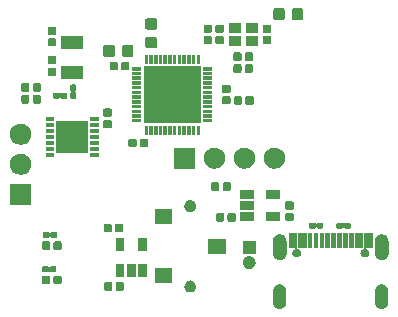
<source format=gts>
G04 #@! TF.GenerationSoftware,KiCad,Pcbnew,(5.1.6)-1*
G04 #@! TF.CreationDate,2021-04-21T10:38:01+02:00*
G04 #@! TF.ProjectId,LactateStat_v1,4c616374-6174-4655-9374-61745f76312e,rev?*
G04 #@! TF.SameCoordinates,Original*
G04 #@! TF.FileFunction,Soldermask,Top*
G04 #@! TF.FilePolarity,Negative*
%FSLAX46Y46*%
G04 Gerber Fmt 4.6, Leading zero omitted, Abs format (unit mm)*
G04 Created by KiCad (PCBNEW (5.1.6)-1) date 2021-04-21 10:38:01*
%MOMM*%
%LPD*%
G01*
G04 APERTURE LIST*
%ADD10C,0.100000*%
G04 APERTURE END LIST*
D10*
G36*
X163987618Y-105958943D02*
G01*
X163987621Y-105958944D01*
X163987622Y-105958944D01*
X164091109Y-105990336D01*
X164091111Y-105990337D01*
X164186485Y-106041315D01*
X164259032Y-106100853D01*
X164270080Y-106109920D01*
X164315817Y-106165651D01*
X164338686Y-106193517D01*
X164341695Y-106199147D01*
X164389664Y-106288890D01*
X164417470Y-106380556D01*
X164421057Y-106392381D01*
X164429000Y-106473028D01*
X164429000Y-107526972D01*
X164421057Y-107607619D01*
X164389663Y-107711112D01*
X164338686Y-107806483D01*
X164270080Y-107890080D01*
X164186483Y-107958686D01*
X164091112Y-108009663D01*
X164091110Y-108009664D01*
X163987623Y-108041056D01*
X163987622Y-108041056D01*
X163987619Y-108041057D01*
X163880000Y-108051657D01*
X163772382Y-108041057D01*
X163772379Y-108041056D01*
X163772378Y-108041056D01*
X163668891Y-108009664D01*
X163668889Y-108009663D01*
X163573518Y-107958686D01*
X163489921Y-107890080D01*
X163421315Y-107806483D01*
X163370338Y-107711112D01*
X163338944Y-107607619D01*
X163331001Y-107526972D01*
X163331000Y-106473029D01*
X163338943Y-106392382D01*
X163338944Y-106392378D01*
X163370336Y-106288891D01*
X163418305Y-106199147D01*
X163421315Y-106193515D01*
X163489918Y-106109922D01*
X163489923Y-106109918D01*
X163573516Y-106041315D01*
X163573515Y-106041315D01*
X163573517Y-106041314D01*
X163668888Y-105990337D01*
X163668890Y-105990336D01*
X163772377Y-105958944D01*
X163772378Y-105958944D01*
X163772381Y-105958943D01*
X163880000Y-105948343D01*
X163987618Y-105958943D01*
G37*
G36*
X172627618Y-105958943D02*
G01*
X172627621Y-105958944D01*
X172627622Y-105958944D01*
X172731109Y-105990336D01*
X172731111Y-105990337D01*
X172826485Y-106041315D01*
X172899032Y-106100853D01*
X172910080Y-106109920D01*
X172955817Y-106165651D01*
X172978686Y-106193517D01*
X172981695Y-106199147D01*
X173029664Y-106288890D01*
X173057470Y-106380556D01*
X173061057Y-106392381D01*
X173069000Y-106473028D01*
X173069000Y-107526972D01*
X173061057Y-107607619D01*
X173029663Y-107711112D01*
X172978686Y-107806483D01*
X172910080Y-107890080D01*
X172826483Y-107958686D01*
X172731112Y-108009663D01*
X172731110Y-108009664D01*
X172627623Y-108041056D01*
X172627622Y-108041056D01*
X172627619Y-108041057D01*
X172520000Y-108051657D01*
X172412382Y-108041057D01*
X172412379Y-108041056D01*
X172412378Y-108041056D01*
X172308891Y-108009664D01*
X172308889Y-108009663D01*
X172213518Y-107958686D01*
X172129921Y-107890080D01*
X172061315Y-107806483D01*
X172010338Y-107711112D01*
X171978944Y-107607619D01*
X171971001Y-107526972D01*
X171971000Y-106473029D01*
X171978943Y-106392382D01*
X171978944Y-106392378D01*
X172010336Y-106288891D01*
X172058305Y-106199147D01*
X172061315Y-106193515D01*
X172129918Y-106109922D01*
X172129923Y-106109918D01*
X172213516Y-106041315D01*
X172213515Y-106041315D01*
X172213517Y-106041314D01*
X172308888Y-105990337D01*
X172308890Y-105990336D01*
X172412377Y-105958944D01*
X172412378Y-105958944D01*
X172412381Y-105958943D01*
X172520000Y-105948343D01*
X172627618Y-105958943D01*
G37*
G36*
X156397350Y-105660589D02*
G01*
X156445554Y-105670177D01*
X156536365Y-105707792D01*
X156618095Y-105762402D01*
X156687598Y-105831905D01*
X156742208Y-105913635D01*
X156779823Y-106004446D01*
X156799000Y-106100854D01*
X156799000Y-106199146D01*
X156779823Y-106295554D01*
X156742208Y-106386365D01*
X156687598Y-106468095D01*
X156618095Y-106537598D01*
X156536365Y-106592208D01*
X156445554Y-106629823D01*
X156397350Y-106639412D01*
X156349147Y-106649000D01*
X156250853Y-106649000D01*
X156202650Y-106639411D01*
X156154446Y-106629823D01*
X156063635Y-106592208D01*
X155981905Y-106537598D01*
X155912402Y-106468095D01*
X155857792Y-106386365D01*
X155820177Y-106295554D01*
X155801000Y-106199146D01*
X155801000Y-106100854D01*
X155820177Y-106004446D01*
X155857792Y-105913635D01*
X155912402Y-105831905D01*
X155981905Y-105762402D01*
X156063635Y-105707792D01*
X156154446Y-105670177D01*
X156202650Y-105660589D01*
X156250853Y-105651000D01*
X156349147Y-105651000D01*
X156397350Y-105660589D01*
G37*
G36*
X150560949Y-105784057D02*
G01*
X150588406Y-105792386D01*
X150613711Y-105805912D01*
X150635888Y-105824112D01*
X150654088Y-105846289D01*
X150667614Y-105871594D01*
X150675943Y-105899051D01*
X150679000Y-105930091D01*
X150679000Y-106369909D01*
X150675943Y-106400949D01*
X150667614Y-106428406D01*
X150654088Y-106453711D01*
X150635888Y-106475888D01*
X150613711Y-106494088D01*
X150588406Y-106507614D01*
X150560949Y-106515943D01*
X150529909Y-106519000D01*
X150140091Y-106519000D01*
X150109051Y-106515943D01*
X150081594Y-106507614D01*
X150056289Y-106494088D01*
X150034112Y-106475888D01*
X150015912Y-106453711D01*
X150002386Y-106428406D01*
X149994057Y-106400949D01*
X149991000Y-106369909D01*
X149991000Y-105930091D01*
X149994057Y-105899051D01*
X150002386Y-105871594D01*
X150015912Y-105846289D01*
X150034112Y-105824112D01*
X150056289Y-105805912D01*
X150081594Y-105792386D01*
X150109051Y-105784057D01*
X150140091Y-105781000D01*
X150529909Y-105781000D01*
X150560949Y-105784057D01*
G37*
G36*
X149590949Y-105784057D02*
G01*
X149618406Y-105792386D01*
X149643711Y-105805912D01*
X149665888Y-105824112D01*
X149684088Y-105846289D01*
X149697614Y-105871594D01*
X149705943Y-105899051D01*
X149709000Y-105930091D01*
X149709000Y-106369909D01*
X149705943Y-106400949D01*
X149697614Y-106428406D01*
X149684088Y-106453711D01*
X149665888Y-106475888D01*
X149643711Y-106494088D01*
X149618406Y-106507614D01*
X149590949Y-106515943D01*
X149559909Y-106519000D01*
X149170091Y-106519000D01*
X149139051Y-106515943D01*
X149111594Y-106507614D01*
X149086289Y-106494088D01*
X149064112Y-106475888D01*
X149045912Y-106453711D01*
X149032386Y-106428406D01*
X149024057Y-106400949D01*
X149021000Y-106369909D01*
X149021000Y-105930091D01*
X149024057Y-105899051D01*
X149032386Y-105871594D01*
X149045912Y-105846289D01*
X149064112Y-105824112D01*
X149086289Y-105805912D01*
X149111594Y-105792386D01*
X149139051Y-105784057D01*
X149170091Y-105781000D01*
X149559909Y-105781000D01*
X149590949Y-105784057D01*
G37*
G36*
X145295949Y-105234057D02*
G01*
X145323406Y-105242386D01*
X145348711Y-105255912D01*
X145370888Y-105274112D01*
X145389088Y-105296289D01*
X145402614Y-105321594D01*
X145410943Y-105349051D01*
X145414000Y-105380091D01*
X145414000Y-105819909D01*
X145410943Y-105850949D01*
X145402614Y-105878406D01*
X145389088Y-105903711D01*
X145370888Y-105925888D01*
X145348711Y-105944088D01*
X145323406Y-105957614D01*
X145295949Y-105965943D01*
X145264909Y-105969000D01*
X144875091Y-105969000D01*
X144844051Y-105965943D01*
X144816594Y-105957614D01*
X144791289Y-105944088D01*
X144769112Y-105925888D01*
X144750912Y-105903711D01*
X144737386Y-105878406D01*
X144729057Y-105850949D01*
X144726000Y-105819909D01*
X144726000Y-105380091D01*
X144729057Y-105349051D01*
X144737386Y-105321594D01*
X144750912Y-105296289D01*
X144769112Y-105274112D01*
X144791289Y-105255912D01*
X144816594Y-105242386D01*
X144844051Y-105234057D01*
X144875091Y-105231000D01*
X145264909Y-105231000D01*
X145295949Y-105234057D01*
G37*
G36*
X144325949Y-105234057D02*
G01*
X144353406Y-105242386D01*
X144378711Y-105255912D01*
X144400888Y-105274112D01*
X144419088Y-105296289D01*
X144432614Y-105321594D01*
X144440943Y-105349051D01*
X144444000Y-105380091D01*
X144444000Y-105819909D01*
X144440943Y-105850949D01*
X144432614Y-105878406D01*
X144419088Y-105903711D01*
X144400888Y-105925888D01*
X144378711Y-105944088D01*
X144353406Y-105957614D01*
X144325949Y-105965943D01*
X144294909Y-105969000D01*
X143905091Y-105969000D01*
X143874051Y-105965943D01*
X143846594Y-105957614D01*
X143821289Y-105944088D01*
X143799112Y-105925888D01*
X143780912Y-105903711D01*
X143767386Y-105878406D01*
X143759057Y-105850949D01*
X143756000Y-105819909D01*
X143756000Y-105380091D01*
X143759057Y-105349051D01*
X143767386Y-105321594D01*
X143780912Y-105296289D01*
X143799112Y-105274112D01*
X143821289Y-105255912D01*
X143846594Y-105242386D01*
X143874051Y-105234057D01*
X143905091Y-105231000D01*
X144294909Y-105231000D01*
X144325949Y-105234057D01*
G37*
G36*
X154799000Y-105899000D02*
G01*
X153301000Y-105899000D01*
X153301000Y-104601000D01*
X154799000Y-104601000D01*
X154799000Y-105899000D01*
G37*
G36*
X150724000Y-105379000D02*
G01*
X149976000Y-105379000D01*
X149976000Y-104221000D01*
X150724000Y-104221000D01*
X150724000Y-105379000D01*
G37*
G36*
X151674000Y-105379000D02*
G01*
X150926000Y-105379000D01*
X150926000Y-104221000D01*
X151674000Y-104221000D01*
X151674000Y-105379000D01*
G37*
G36*
X152624000Y-105379000D02*
G01*
X151876000Y-105379000D01*
X151876000Y-104221000D01*
X152624000Y-104221000D01*
X152624000Y-105379000D01*
G37*
G36*
X144259182Y-104453144D02*
G01*
X144277730Y-104458771D01*
X144294822Y-104467907D01*
X144309801Y-104480199D01*
X144322093Y-104495178D01*
X144331229Y-104512269D01*
X144331388Y-104512793D01*
X144335199Y-104521993D01*
X144340731Y-104530273D01*
X144347773Y-104537315D01*
X144356053Y-104542847D01*
X144365253Y-104546658D01*
X144375020Y-104548601D01*
X144384979Y-104548601D01*
X144394746Y-104546659D01*
X144403946Y-104542848D01*
X144412226Y-104537316D01*
X144419268Y-104530274D01*
X144424800Y-104521994D01*
X144428612Y-104512793D01*
X144428771Y-104512269D01*
X144437907Y-104495178D01*
X144450199Y-104480199D01*
X144465178Y-104467907D01*
X144482270Y-104458771D01*
X144500818Y-104453144D01*
X144522591Y-104451000D01*
X144877409Y-104451000D01*
X144899182Y-104453144D01*
X144917730Y-104458771D01*
X144934822Y-104467907D01*
X144949801Y-104480199D01*
X144962093Y-104495178D01*
X144971229Y-104512270D01*
X144976856Y-104530818D01*
X144979000Y-104552591D01*
X144979000Y-104847409D01*
X144976856Y-104869182D01*
X144971229Y-104887730D01*
X144962093Y-104904822D01*
X144949801Y-104919801D01*
X144934822Y-104932093D01*
X144917730Y-104941229D01*
X144899182Y-104946856D01*
X144877409Y-104949000D01*
X144522591Y-104949000D01*
X144500818Y-104946856D01*
X144482270Y-104941229D01*
X144465178Y-104932093D01*
X144450199Y-104919801D01*
X144437907Y-104904822D01*
X144428771Y-104887731D01*
X144428612Y-104887207D01*
X144424801Y-104878007D01*
X144419269Y-104869727D01*
X144412227Y-104862685D01*
X144403947Y-104857153D01*
X144394747Y-104853342D01*
X144384980Y-104851399D01*
X144375021Y-104851399D01*
X144365254Y-104853341D01*
X144356054Y-104857152D01*
X144347774Y-104862684D01*
X144340732Y-104869726D01*
X144335200Y-104878006D01*
X144331388Y-104887207D01*
X144331229Y-104887731D01*
X144322093Y-104904822D01*
X144309801Y-104919801D01*
X144294822Y-104932093D01*
X144277730Y-104941229D01*
X144259182Y-104946856D01*
X144237409Y-104949000D01*
X143882591Y-104949000D01*
X143860818Y-104946856D01*
X143842270Y-104941229D01*
X143825178Y-104932093D01*
X143810199Y-104919801D01*
X143797907Y-104904822D01*
X143788771Y-104887730D01*
X143783144Y-104869182D01*
X143781000Y-104847409D01*
X143781000Y-104552591D01*
X143783144Y-104530818D01*
X143788771Y-104512270D01*
X143797907Y-104495178D01*
X143810199Y-104480199D01*
X143825178Y-104467907D01*
X143842270Y-104458771D01*
X143860818Y-104453144D01*
X143882591Y-104451000D01*
X144237409Y-104451000D01*
X144259182Y-104453144D01*
G37*
G36*
X161460138Y-103592098D02*
G01*
X161560046Y-103633481D01*
X161560049Y-103633483D01*
X161649967Y-103693564D01*
X161726436Y-103770033D01*
X161762878Y-103824573D01*
X161786519Y-103859954D01*
X161827902Y-103959862D01*
X161849000Y-104065928D01*
X161849000Y-104174072D01*
X161827902Y-104280138D01*
X161786519Y-104380046D01*
X161786517Y-104380049D01*
X161726436Y-104469967D01*
X161649967Y-104546436D01*
X161606469Y-104575500D01*
X161560046Y-104606519D01*
X161460138Y-104647902D01*
X161354072Y-104669000D01*
X161245928Y-104669000D01*
X161139862Y-104647902D01*
X161039954Y-104606519D01*
X160993531Y-104575500D01*
X160950033Y-104546436D01*
X160873564Y-104469967D01*
X160813483Y-104380049D01*
X160813481Y-104380046D01*
X160772098Y-104280138D01*
X160751000Y-104174072D01*
X160751000Y-104065928D01*
X160772098Y-103959862D01*
X160813481Y-103859954D01*
X160837122Y-103824573D01*
X160873564Y-103770033D01*
X160950033Y-103693564D01*
X161039951Y-103633483D01*
X161039954Y-103633481D01*
X161139862Y-103592098D01*
X161245928Y-103571000D01*
X161354072Y-103571000D01*
X161460138Y-103592098D01*
G37*
G36*
X163992519Y-101729304D02*
G01*
X164100721Y-101762127D01*
X164135690Y-101780818D01*
X164200439Y-101815427D01*
X164287843Y-101887157D01*
X164359573Y-101974560D01*
X164361415Y-101978007D01*
X164412873Y-102074278D01*
X164445696Y-102182480D01*
X164454000Y-102266797D01*
X164454000Y-103373203D01*
X164445696Y-103457520D01*
X164412873Y-103565722D01*
X164388938Y-103610502D01*
X164359573Y-103665440D01*
X164287843Y-103752843D01*
X164200440Y-103824573D01*
X164150582Y-103851222D01*
X164100722Y-103877873D01*
X163992520Y-103910696D01*
X163880000Y-103921778D01*
X163767481Y-103910696D01*
X163659279Y-103877873D01*
X163609419Y-103851222D01*
X163559561Y-103824573D01*
X163472158Y-103752843D01*
X163400428Y-103665440D01*
X163371063Y-103610502D01*
X163347128Y-103565722D01*
X163314305Y-103457520D01*
X163306001Y-103373203D01*
X163306000Y-102266798D01*
X163314304Y-102182481D01*
X163347127Y-102074279D01*
X163380130Y-102012535D01*
X163400427Y-101974561D01*
X163400430Y-101974557D01*
X163472155Y-101887159D01*
X163472160Y-101887155D01*
X163559560Y-101815427D01*
X163609418Y-101788778D01*
X163659278Y-101762127D01*
X163767480Y-101729304D01*
X163880000Y-101718222D01*
X163992519Y-101729304D01*
G37*
G36*
X172632519Y-101729304D02*
G01*
X172740721Y-101762127D01*
X172775690Y-101780818D01*
X172840439Y-101815427D01*
X172927843Y-101887157D01*
X172999573Y-101974560D01*
X173001415Y-101978007D01*
X173052873Y-102074278D01*
X173085696Y-102182480D01*
X173094000Y-102266797D01*
X173094000Y-103373203D01*
X173085696Y-103457520D01*
X173052873Y-103565722D01*
X173028938Y-103610502D01*
X172999573Y-103665440D01*
X172927843Y-103752843D01*
X172840440Y-103824573D01*
X172790582Y-103851222D01*
X172740722Y-103877873D01*
X172632520Y-103910696D01*
X172520000Y-103921778D01*
X172407481Y-103910696D01*
X172299279Y-103877873D01*
X172249419Y-103851222D01*
X172199561Y-103824573D01*
X172112158Y-103752843D01*
X172040428Y-103665440D01*
X172011063Y-103610502D01*
X171987128Y-103565722D01*
X171954305Y-103457520D01*
X171946001Y-103373203D01*
X171946000Y-102266798D01*
X171954304Y-102182481D01*
X171987127Y-102074279D01*
X172020130Y-102012535D01*
X172040427Y-101974561D01*
X172040430Y-101974557D01*
X172112155Y-101887159D01*
X172112160Y-101887155D01*
X172199560Y-101815427D01*
X172249418Y-101788778D01*
X172299278Y-101762127D01*
X172407480Y-101729304D01*
X172520000Y-101718222D01*
X172632519Y-101729304D01*
G37*
G36*
X165349000Y-102904741D02*
G01*
X165349976Y-102914651D01*
X165352867Y-102924181D01*
X165357561Y-102932963D01*
X165363879Y-102940661D01*
X165371577Y-102946979D01*
X165380359Y-102951673D01*
X165389878Y-102954561D01*
X165390292Y-102954644D01*
X165400196Y-102955620D01*
X165410107Y-102954645D01*
X165415691Y-102952952D01*
X165417962Y-102955719D01*
X165425660Y-102962037D01*
X165434435Y-102966727D01*
X165487156Y-102988565D01*
X165548411Y-103029495D01*
X165600505Y-103081589D01*
X165641435Y-103142844D01*
X165669628Y-103210908D01*
X165684000Y-103283164D01*
X165684000Y-103356836D01*
X165669628Y-103429092D01*
X165641435Y-103497156D01*
X165600505Y-103558411D01*
X165548411Y-103610505D01*
X165487156Y-103651435D01*
X165419092Y-103679628D01*
X165346836Y-103694000D01*
X165273164Y-103694000D01*
X165200908Y-103679628D01*
X165132844Y-103651435D01*
X165071589Y-103610505D01*
X165019495Y-103558411D01*
X164978565Y-103497156D01*
X164950372Y-103429092D01*
X164936000Y-103356836D01*
X164936000Y-103283164D01*
X164950372Y-103210908D01*
X164978565Y-103142844D01*
X165019495Y-103081589D01*
X165071589Y-103029495D01*
X165132844Y-102988565D01*
X165185565Y-102966727D01*
X165194340Y-102962037D01*
X165202038Y-102955720D01*
X165208356Y-102948022D01*
X165213050Y-102939239D01*
X165215941Y-102929710D01*
X165216917Y-102919799D01*
X165215941Y-102909889D01*
X165213050Y-102900359D01*
X165208356Y-102891577D01*
X165202039Y-102883879D01*
X165194341Y-102877561D01*
X165185558Y-102872867D01*
X165176029Y-102869976D01*
X165166118Y-102869000D01*
X164651000Y-102869000D01*
X164651000Y-101621000D01*
X165349000Y-101621000D01*
X165349000Y-102904741D01*
G37*
G36*
X171749000Y-102869000D02*
G01*
X171233882Y-102869000D01*
X171223972Y-102869976D01*
X171214442Y-102872867D01*
X171205660Y-102877561D01*
X171197962Y-102883879D01*
X171191644Y-102891577D01*
X171186950Y-102900359D01*
X171184059Y-102909889D01*
X171183083Y-102919799D01*
X171184059Y-102929709D01*
X171186950Y-102939239D01*
X171191644Y-102948021D01*
X171197962Y-102955719D01*
X171205660Y-102962037D01*
X171214435Y-102966727D01*
X171267156Y-102988565D01*
X171328411Y-103029495D01*
X171380505Y-103081589D01*
X171421435Y-103142844D01*
X171449628Y-103210908D01*
X171464000Y-103283164D01*
X171464000Y-103356836D01*
X171449628Y-103429092D01*
X171421435Y-103497156D01*
X171380505Y-103558411D01*
X171328411Y-103610505D01*
X171267156Y-103651435D01*
X171199092Y-103679628D01*
X171126836Y-103694000D01*
X171053164Y-103694000D01*
X170980908Y-103679628D01*
X170912844Y-103651435D01*
X170851589Y-103610505D01*
X170799495Y-103558411D01*
X170758565Y-103497156D01*
X170730372Y-103429092D01*
X170716000Y-103356836D01*
X170716000Y-103283164D01*
X170730372Y-103210908D01*
X170758565Y-103142844D01*
X170799495Y-103081589D01*
X170851589Y-103029495D01*
X170912844Y-102988565D01*
X170965565Y-102966727D01*
X170974340Y-102962037D01*
X170982038Y-102955720D01*
X170984310Y-102952952D01*
X170989889Y-102954644D01*
X170999799Y-102955620D01*
X171009708Y-102954644D01*
X171010122Y-102954561D01*
X171019645Y-102951671D01*
X171028427Y-102946976D01*
X171036125Y-102940658D01*
X171042441Y-102932960D01*
X171047135Y-102924177D01*
X171050025Y-102914647D01*
X171051000Y-102904741D01*
X171051000Y-101621000D01*
X171749000Y-101621000D01*
X171749000Y-102869000D01*
G37*
G36*
X161849000Y-103399000D02*
G01*
X160751000Y-103399000D01*
X160751000Y-102301000D01*
X161849000Y-102301000D01*
X161849000Y-103399000D01*
G37*
G36*
X159299000Y-103399000D02*
G01*
X157801000Y-103399000D01*
X157801000Y-102101000D01*
X159299000Y-102101000D01*
X159299000Y-103399000D01*
G37*
G36*
X150724000Y-103179000D02*
G01*
X149976000Y-103179000D01*
X149976000Y-102021000D01*
X150724000Y-102021000D01*
X150724000Y-103179000D01*
G37*
G36*
X152624000Y-103179000D02*
G01*
X151876000Y-103179000D01*
X151876000Y-102021000D01*
X152624000Y-102021000D01*
X152624000Y-103179000D01*
G37*
G36*
X145295949Y-102334057D02*
G01*
X145323406Y-102342386D01*
X145348711Y-102355912D01*
X145370888Y-102374112D01*
X145389088Y-102396289D01*
X145402614Y-102421594D01*
X145410943Y-102449051D01*
X145414000Y-102480091D01*
X145414000Y-102919909D01*
X145410943Y-102950949D01*
X145402614Y-102978406D01*
X145389088Y-103003711D01*
X145370888Y-103025888D01*
X145348711Y-103044088D01*
X145323406Y-103057614D01*
X145295949Y-103065943D01*
X145264909Y-103069000D01*
X144875091Y-103069000D01*
X144844051Y-103065943D01*
X144816594Y-103057614D01*
X144791289Y-103044088D01*
X144769112Y-103025888D01*
X144750912Y-103003711D01*
X144737386Y-102978406D01*
X144729057Y-102950949D01*
X144726000Y-102919909D01*
X144726000Y-102480091D01*
X144729057Y-102449051D01*
X144737386Y-102421594D01*
X144750912Y-102396289D01*
X144769112Y-102374112D01*
X144791289Y-102355912D01*
X144816594Y-102342386D01*
X144844051Y-102334057D01*
X144875091Y-102331000D01*
X145264909Y-102331000D01*
X145295949Y-102334057D01*
G37*
G36*
X144325949Y-102334057D02*
G01*
X144353406Y-102342386D01*
X144378711Y-102355912D01*
X144400888Y-102374112D01*
X144419088Y-102396289D01*
X144432614Y-102421594D01*
X144440943Y-102449051D01*
X144444000Y-102480091D01*
X144444000Y-102919909D01*
X144440943Y-102950949D01*
X144432614Y-102978406D01*
X144419088Y-103003711D01*
X144400888Y-103025888D01*
X144378711Y-103044088D01*
X144353406Y-103057614D01*
X144325949Y-103065943D01*
X144294909Y-103069000D01*
X143905091Y-103069000D01*
X143874051Y-103065943D01*
X143846594Y-103057614D01*
X143821289Y-103044088D01*
X143799112Y-103025888D01*
X143780912Y-103003711D01*
X143767386Y-102978406D01*
X143759057Y-102950949D01*
X143756000Y-102919909D01*
X143756000Y-102480091D01*
X143759057Y-102449051D01*
X143767386Y-102421594D01*
X143780912Y-102396289D01*
X143799112Y-102374112D01*
X143821289Y-102355912D01*
X143846594Y-102342386D01*
X143874051Y-102334057D01*
X143905091Y-102331000D01*
X144294909Y-102331000D01*
X144325949Y-102334057D01*
G37*
G36*
X166149000Y-102869000D02*
G01*
X165453882Y-102869000D01*
X165451000Y-102869284D01*
X165451000Y-101621000D01*
X166149000Y-101621000D01*
X166149000Y-102869000D01*
G37*
G36*
X170949000Y-102869284D02*
G01*
X170946118Y-102869000D01*
X170251000Y-102869000D01*
X170251000Y-101621000D01*
X170949000Y-101621000D01*
X170949000Y-102869284D01*
G37*
G36*
X167149000Y-102869000D02*
G01*
X166751000Y-102869000D01*
X166751000Y-101621000D01*
X167149000Y-101621000D01*
X167149000Y-102869000D01*
G37*
G36*
X168649000Y-102869000D02*
G01*
X168251000Y-102869000D01*
X168251000Y-101621000D01*
X168649000Y-101621000D01*
X168649000Y-102869000D01*
G37*
G36*
X168149000Y-102869000D02*
G01*
X167751000Y-102869000D01*
X167751000Y-101621000D01*
X168149000Y-101621000D01*
X168149000Y-102869000D01*
G37*
G36*
X169149000Y-102869000D02*
G01*
X168751000Y-102869000D01*
X168751000Y-101621000D01*
X169149000Y-101621000D01*
X169149000Y-102869000D01*
G37*
G36*
X169649000Y-102869000D02*
G01*
X169251000Y-102869000D01*
X169251000Y-101621000D01*
X169649000Y-101621000D01*
X169649000Y-102869000D01*
G37*
G36*
X166649000Y-102869000D02*
G01*
X166251000Y-102869000D01*
X166251000Y-101621000D01*
X166649000Y-101621000D01*
X166649000Y-102869000D01*
G37*
G36*
X170149000Y-102869000D02*
G01*
X169751000Y-102869000D01*
X169751000Y-101621000D01*
X170149000Y-101621000D01*
X170149000Y-102869000D01*
G37*
G36*
X167649000Y-102869000D02*
G01*
X167251000Y-102869000D01*
X167251000Y-101621000D01*
X167649000Y-101621000D01*
X167649000Y-102869000D01*
G37*
G36*
X144299182Y-101553144D02*
G01*
X144317730Y-101558771D01*
X144334822Y-101567907D01*
X144349801Y-101580199D01*
X144362093Y-101595178D01*
X144371229Y-101612269D01*
X144371388Y-101612793D01*
X144375199Y-101621993D01*
X144380731Y-101630273D01*
X144387773Y-101637315D01*
X144396053Y-101642847D01*
X144405253Y-101646658D01*
X144415020Y-101648601D01*
X144424979Y-101648601D01*
X144434746Y-101646659D01*
X144443946Y-101642848D01*
X144452226Y-101637316D01*
X144459268Y-101630274D01*
X144464800Y-101621994D01*
X144468612Y-101612793D01*
X144468771Y-101612269D01*
X144477907Y-101595178D01*
X144490199Y-101580199D01*
X144505178Y-101567907D01*
X144522270Y-101558771D01*
X144540818Y-101553144D01*
X144562591Y-101551000D01*
X144917409Y-101551000D01*
X144939182Y-101553144D01*
X144957730Y-101558771D01*
X144974822Y-101567907D01*
X144989801Y-101580199D01*
X145002093Y-101595178D01*
X145011229Y-101612270D01*
X145016856Y-101630818D01*
X145019000Y-101652591D01*
X145019000Y-101947409D01*
X145016856Y-101969182D01*
X145011229Y-101987730D01*
X145002093Y-102004822D01*
X144989801Y-102019801D01*
X144974822Y-102032093D01*
X144957730Y-102041229D01*
X144939182Y-102046856D01*
X144917409Y-102049000D01*
X144562591Y-102049000D01*
X144540818Y-102046856D01*
X144522270Y-102041229D01*
X144505178Y-102032093D01*
X144490199Y-102019801D01*
X144477907Y-102004822D01*
X144468771Y-101987731D01*
X144468612Y-101987207D01*
X144464801Y-101978007D01*
X144459269Y-101969727D01*
X144452227Y-101962685D01*
X144443947Y-101957153D01*
X144434747Y-101953342D01*
X144424980Y-101951399D01*
X144415021Y-101951399D01*
X144405254Y-101953341D01*
X144396054Y-101957152D01*
X144387774Y-101962684D01*
X144380732Y-101969726D01*
X144375200Y-101978006D01*
X144371388Y-101987207D01*
X144371229Y-101987731D01*
X144362093Y-102004822D01*
X144349801Y-102019801D01*
X144334822Y-102032093D01*
X144317730Y-102041229D01*
X144299182Y-102046856D01*
X144277409Y-102049000D01*
X143922591Y-102049000D01*
X143900818Y-102046856D01*
X143882270Y-102041229D01*
X143865178Y-102032093D01*
X143850199Y-102019801D01*
X143837907Y-102004822D01*
X143828771Y-101987730D01*
X143823144Y-101969182D01*
X143821000Y-101947409D01*
X143821000Y-101652591D01*
X143823144Y-101630818D01*
X143828771Y-101612270D01*
X143837907Y-101595178D01*
X143850199Y-101580199D01*
X143865178Y-101567907D01*
X143882270Y-101558771D01*
X143900818Y-101553144D01*
X143922591Y-101551000D01*
X144277409Y-101551000D01*
X144299182Y-101553144D01*
G37*
G36*
X149540949Y-100834057D02*
G01*
X149568406Y-100842386D01*
X149593711Y-100855912D01*
X149615888Y-100874112D01*
X149634088Y-100896289D01*
X149647614Y-100921594D01*
X149655943Y-100949051D01*
X149659000Y-100980091D01*
X149659000Y-101419909D01*
X149655943Y-101450949D01*
X149647614Y-101478406D01*
X149634088Y-101503711D01*
X149615888Y-101525888D01*
X149593711Y-101544088D01*
X149568406Y-101557614D01*
X149540949Y-101565943D01*
X149509909Y-101569000D01*
X149120091Y-101569000D01*
X149089051Y-101565943D01*
X149061594Y-101557614D01*
X149036289Y-101544088D01*
X149014112Y-101525888D01*
X148995912Y-101503711D01*
X148982386Y-101478406D01*
X148974057Y-101450949D01*
X148971000Y-101419909D01*
X148971000Y-100980091D01*
X148974057Y-100949051D01*
X148982386Y-100921594D01*
X148995912Y-100896289D01*
X149014112Y-100874112D01*
X149036289Y-100855912D01*
X149061594Y-100842386D01*
X149089051Y-100834057D01*
X149120091Y-100831000D01*
X149509909Y-100831000D01*
X149540949Y-100834057D01*
G37*
G36*
X150510949Y-100834057D02*
G01*
X150538406Y-100842386D01*
X150563711Y-100855912D01*
X150585888Y-100874112D01*
X150604088Y-100896289D01*
X150617614Y-100921594D01*
X150625943Y-100949051D01*
X150629000Y-100980091D01*
X150629000Y-101419909D01*
X150625943Y-101450949D01*
X150617614Y-101478406D01*
X150604088Y-101503711D01*
X150585888Y-101525888D01*
X150563711Y-101544088D01*
X150538406Y-101557614D01*
X150510949Y-101565943D01*
X150479909Y-101569000D01*
X150090091Y-101569000D01*
X150059051Y-101565943D01*
X150031594Y-101557614D01*
X150006289Y-101544088D01*
X149984112Y-101525888D01*
X149965912Y-101503711D01*
X149952386Y-101478406D01*
X149944057Y-101450949D01*
X149941000Y-101419909D01*
X149941000Y-100980091D01*
X149944057Y-100949051D01*
X149952386Y-100921594D01*
X149965912Y-100896289D01*
X149984112Y-100874112D01*
X150006289Y-100855912D01*
X150031594Y-100842386D01*
X150059051Y-100834057D01*
X150090091Y-100831000D01*
X150479909Y-100831000D01*
X150510949Y-100834057D01*
G37*
G36*
X169159182Y-100753144D02*
G01*
X169177730Y-100758771D01*
X169194822Y-100767907D01*
X169209801Y-100780199D01*
X169222093Y-100795178D01*
X169231229Y-100812269D01*
X169231388Y-100812793D01*
X169235199Y-100821993D01*
X169240731Y-100830273D01*
X169247773Y-100837315D01*
X169256053Y-100842847D01*
X169265253Y-100846658D01*
X169275020Y-100848601D01*
X169284979Y-100848601D01*
X169294746Y-100846659D01*
X169303946Y-100842848D01*
X169312226Y-100837316D01*
X169319268Y-100830274D01*
X169324800Y-100821994D01*
X169328612Y-100812793D01*
X169328771Y-100812269D01*
X169337907Y-100795178D01*
X169350199Y-100780199D01*
X169365178Y-100767907D01*
X169382270Y-100758771D01*
X169400818Y-100753144D01*
X169422591Y-100751000D01*
X169777409Y-100751000D01*
X169799182Y-100753144D01*
X169817730Y-100758771D01*
X169834822Y-100767907D01*
X169849801Y-100780199D01*
X169862093Y-100795178D01*
X169871229Y-100812270D01*
X169876856Y-100830818D01*
X169879000Y-100852591D01*
X169879000Y-101147409D01*
X169876856Y-101169182D01*
X169871229Y-101187730D01*
X169862093Y-101204822D01*
X169849801Y-101219801D01*
X169834822Y-101232093D01*
X169817730Y-101241229D01*
X169799182Y-101246856D01*
X169777409Y-101249000D01*
X169422591Y-101249000D01*
X169400818Y-101246856D01*
X169382270Y-101241229D01*
X169365178Y-101232093D01*
X169350199Y-101219801D01*
X169337907Y-101204822D01*
X169328771Y-101187731D01*
X169328612Y-101187207D01*
X169324801Y-101178007D01*
X169319269Y-101169727D01*
X169312227Y-101162685D01*
X169303947Y-101157153D01*
X169294747Y-101153342D01*
X169284980Y-101151399D01*
X169275021Y-101151399D01*
X169265254Y-101153341D01*
X169256054Y-101157152D01*
X169247774Y-101162684D01*
X169240732Y-101169726D01*
X169235200Y-101178006D01*
X169231388Y-101187207D01*
X169231229Y-101187731D01*
X169222093Y-101204822D01*
X169209801Y-101219801D01*
X169194822Y-101232093D01*
X169177730Y-101241229D01*
X169159182Y-101246856D01*
X169137409Y-101249000D01*
X168782591Y-101249000D01*
X168760818Y-101246856D01*
X168742270Y-101241229D01*
X168725178Y-101232093D01*
X168710199Y-101219801D01*
X168697907Y-101204822D01*
X168688771Y-101187730D01*
X168683144Y-101169182D01*
X168681000Y-101147409D01*
X168681000Y-100852591D01*
X168683144Y-100830818D01*
X168688771Y-100812270D01*
X168697907Y-100795178D01*
X168710199Y-100780199D01*
X168725178Y-100767907D01*
X168742270Y-100758771D01*
X168760818Y-100753144D01*
X168782591Y-100751000D01*
X169137409Y-100751000D01*
X169159182Y-100753144D01*
G37*
G36*
X166859182Y-100753144D02*
G01*
X166877730Y-100758771D01*
X166894822Y-100767907D01*
X166909801Y-100780199D01*
X166922093Y-100795178D01*
X166931229Y-100812269D01*
X166931388Y-100812793D01*
X166935199Y-100821993D01*
X166940731Y-100830273D01*
X166947773Y-100837315D01*
X166956053Y-100842847D01*
X166965253Y-100846658D01*
X166975020Y-100848601D01*
X166984979Y-100848601D01*
X166994746Y-100846659D01*
X167003946Y-100842848D01*
X167012226Y-100837316D01*
X167019268Y-100830274D01*
X167024800Y-100821994D01*
X167028612Y-100812793D01*
X167028771Y-100812269D01*
X167037907Y-100795178D01*
X167050199Y-100780199D01*
X167065178Y-100767907D01*
X167082270Y-100758771D01*
X167100818Y-100753144D01*
X167122591Y-100751000D01*
X167477409Y-100751000D01*
X167499182Y-100753144D01*
X167517730Y-100758771D01*
X167534822Y-100767907D01*
X167549801Y-100780199D01*
X167562093Y-100795178D01*
X167571229Y-100812270D01*
X167576856Y-100830818D01*
X167579000Y-100852591D01*
X167579000Y-101147409D01*
X167576856Y-101169182D01*
X167571229Y-101187730D01*
X167562093Y-101204822D01*
X167549801Y-101219801D01*
X167534822Y-101232093D01*
X167517730Y-101241229D01*
X167499182Y-101246856D01*
X167477409Y-101249000D01*
X167122591Y-101249000D01*
X167100818Y-101246856D01*
X167082270Y-101241229D01*
X167065178Y-101232093D01*
X167050199Y-101219801D01*
X167037907Y-101204822D01*
X167028771Y-101187731D01*
X167028612Y-101187207D01*
X167024801Y-101178007D01*
X167019269Y-101169727D01*
X167012227Y-101162685D01*
X167003947Y-101157153D01*
X166994747Y-101153342D01*
X166984980Y-101151399D01*
X166975021Y-101151399D01*
X166965254Y-101153341D01*
X166956054Y-101157152D01*
X166947774Y-101162684D01*
X166940732Y-101169726D01*
X166935200Y-101178006D01*
X166931388Y-101187207D01*
X166931229Y-101187731D01*
X166922093Y-101204822D01*
X166909801Y-101219801D01*
X166894822Y-101232093D01*
X166877730Y-101241229D01*
X166859182Y-101246856D01*
X166837409Y-101249000D01*
X166482591Y-101249000D01*
X166460818Y-101246856D01*
X166442270Y-101241229D01*
X166425178Y-101232093D01*
X166410199Y-101219801D01*
X166397907Y-101204822D01*
X166388771Y-101187730D01*
X166383144Y-101169182D01*
X166381000Y-101147409D01*
X166381000Y-100852591D01*
X166383144Y-100830818D01*
X166388771Y-100812270D01*
X166397907Y-100795178D01*
X166410199Y-100780199D01*
X166425178Y-100767907D01*
X166442270Y-100758771D01*
X166460818Y-100753144D01*
X166482591Y-100751000D01*
X166837409Y-100751000D01*
X166859182Y-100753144D01*
G37*
G36*
X154799000Y-100899000D02*
G01*
X153301000Y-100899000D01*
X153301000Y-99601000D01*
X154799000Y-99601000D01*
X154799000Y-100899000D01*
G37*
G36*
X160025949Y-99934057D02*
G01*
X160053406Y-99942386D01*
X160078711Y-99955912D01*
X160100888Y-99974112D01*
X160119088Y-99996289D01*
X160132614Y-100021594D01*
X160140943Y-100049051D01*
X160144000Y-100080091D01*
X160144000Y-100519909D01*
X160140943Y-100550949D01*
X160132614Y-100578406D01*
X160119088Y-100603711D01*
X160100888Y-100625888D01*
X160078711Y-100644088D01*
X160053406Y-100657614D01*
X160025949Y-100665943D01*
X159994909Y-100669000D01*
X159605091Y-100669000D01*
X159574051Y-100665943D01*
X159546594Y-100657614D01*
X159521289Y-100644088D01*
X159499112Y-100625888D01*
X159480912Y-100603711D01*
X159467386Y-100578406D01*
X159459057Y-100550949D01*
X159456000Y-100519909D01*
X159456000Y-100080091D01*
X159459057Y-100049051D01*
X159467386Y-100021594D01*
X159480912Y-99996289D01*
X159499112Y-99974112D01*
X159521289Y-99955912D01*
X159546594Y-99942386D01*
X159574051Y-99934057D01*
X159605091Y-99931000D01*
X159994909Y-99931000D01*
X160025949Y-99934057D01*
G37*
G36*
X159055949Y-99934057D02*
G01*
X159083406Y-99942386D01*
X159108711Y-99955912D01*
X159130888Y-99974112D01*
X159149088Y-99996289D01*
X159162614Y-100021594D01*
X159170943Y-100049051D01*
X159174000Y-100080091D01*
X159174000Y-100519909D01*
X159170943Y-100550949D01*
X159162614Y-100578406D01*
X159149088Y-100603711D01*
X159130888Y-100625888D01*
X159108711Y-100644088D01*
X159083406Y-100657614D01*
X159055949Y-100665943D01*
X159024909Y-100669000D01*
X158635091Y-100669000D01*
X158604051Y-100665943D01*
X158576594Y-100657614D01*
X158551289Y-100644088D01*
X158529112Y-100625888D01*
X158510912Y-100603711D01*
X158497386Y-100578406D01*
X158489057Y-100550949D01*
X158486000Y-100519909D01*
X158486000Y-100080091D01*
X158489057Y-100049051D01*
X158497386Y-100021594D01*
X158510912Y-99996289D01*
X158529112Y-99974112D01*
X158551289Y-99955912D01*
X158576594Y-99942386D01*
X158604051Y-99934057D01*
X158635091Y-99931000D01*
X159024909Y-99931000D01*
X159055949Y-99934057D01*
G37*
G36*
X161679000Y-100624000D02*
G01*
X160521000Y-100624000D01*
X160521000Y-99876000D01*
X161679000Y-99876000D01*
X161679000Y-100624000D01*
G37*
G36*
X163879000Y-100624000D02*
G01*
X162721000Y-100624000D01*
X162721000Y-99876000D01*
X163879000Y-99876000D01*
X163879000Y-100624000D01*
G37*
G36*
X164950949Y-99929057D02*
G01*
X164978406Y-99937386D01*
X165003711Y-99950912D01*
X165025888Y-99969112D01*
X165044088Y-99991289D01*
X165057614Y-100016594D01*
X165065943Y-100044051D01*
X165069000Y-100075091D01*
X165069000Y-100464909D01*
X165065943Y-100495949D01*
X165057614Y-100523406D01*
X165044088Y-100548711D01*
X165025888Y-100570888D01*
X165003711Y-100589088D01*
X164978406Y-100602614D01*
X164950949Y-100610943D01*
X164919909Y-100614000D01*
X164480091Y-100614000D01*
X164449051Y-100610943D01*
X164421594Y-100602614D01*
X164396289Y-100589088D01*
X164374112Y-100570888D01*
X164355912Y-100548711D01*
X164342386Y-100523406D01*
X164334057Y-100495949D01*
X164331000Y-100464909D01*
X164331000Y-100075091D01*
X164334057Y-100044051D01*
X164342386Y-100016594D01*
X164355912Y-99991289D01*
X164374112Y-99969112D01*
X164396289Y-99950912D01*
X164421594Y-99937386D01*
X164449051Y-99929057D01*
X164480091Y-99926000D01*
X164919909Y-99926000D01*
X164950949Y-99929057D01*
G37*
G36*
X156397350Y-98860588D02*
G01*
X156445554Y-98870177D01*
X156536365Y-98907792D01*
X156618095Y-98962402D01*
X156687598Y-99031905D01*
X156742208Y-99113635D01*
X156779823Y-99204446D01*
X156799000Y-99300854D01*
X156799000Y-99399146D01*
X156779823Y-99495554D01*
X156742208Y-99586365D01*
X156687598Y-99668095D01*
X156618095Y-99737598D01*
X156536365Y-99792208D01*
X156445554Y-99829823D01*
X156397350Y-99839412D01*
X156349147Y-99849000D01*
X156250853Y-99849000D01*
X156202650Y-99839412D01*
X156154446Y-99829823D01*
X156063635Y-99792208D01*
X155981905Y-99737598D01*
X155912402Y-99668095D01*
X155857792Y-99586365D01*
X155820177Y-99495554D01*
X155801000Y-99399146D01*
X155801000Y-99300854D01*
X155820177Y-99204446D01*
X155857792Y-99113635D01*
X155912402Y-99031905D01*
X155981905Y-98962402D01*
X156063635Y-98907792D01*
X156154446Y-98870177D01*
X156202650Y-98860589D01*
X156250853Y-98851000D01*
X156349147Y-98851000D01*
X156397350Y-98860588D01*
G37*
G36*
X161679000Y-99674000D02*
G01*
X160521000Y-99674000D01*
X160521000Y-98926000D01*
X161679000Y-98926000D01*
X161679000Y-99674000D01*
G37*
G36*
X164950949Y-98959057D02*
G01*
X164978406Y-98967386D01*
X165003711Y-98980912D01*
X165025888Y-98999112D01*
X165044088Y-99021289D01*
X165057614Y-99046594D01*
X165065943Y-99074051D01*
X165069000Y-99105091D01*
X165069000Y-99494909D01*
X165065943Y-99525949D01*
X165057614Y-99553406D01*
X165044088Y-99578711D01*
X165025888Y-99600888D01*
X165003711Y-99619088D01*
X164978406Y-99632614D01*
X164950949Y-99640943D01*
X164919909Y-99644000D01*
X164480091Y-99644000D01*
X164449051Y-99640943D01*
X164421594Y-99632614D01*
X164396289Y-99619088D01*
X164374112Y-99600888D01*
X164355912Y-99578711D01*
X164342386Y-99553406D01*
X164334057Y-99525949D01*
X164331000Y-99494909D01*
X164331000Y-99105091D01*
X164334057Y-99074051D01*
X164342386Y-99046594D01*
X164355912Y-99021289D01*
X164374112Y-98999112D01*
X164396289Y-98980912D01*
X164421594Y-98967386D01*
X164449051Y-98959057D01*
X164480091Y-98956000D01*
X164919909Y-98956000D01*
X164950949Y-98959057D01*
G37*
G36*
X142849000Y-99249000D02*
G01*
X141051000Y-99249000D01*
X141051000Y-97451000D01*
X142849000Y-97451000D01*
X142849000Y-99249000D01*
G37*
G36*
X163879000Y-98724000D02*
G01*
X162721000Y-98724000D01*
X162721000Y-97976000D01*
X163879000Y-97976000D01*
X163879000Y-98724000D01*
G37*
G36*
X161679000Y-98724000D02*
G01*
X160521000Y-98724000D01*
X160521000Y-97976000D01*
X161679000Y-97976000D01*
X161679000Y-98724000D01*
G37*
G36*
X159625949Y-97334057D02*
G01*
X159653406Y-97342386D01*
X159678711Y-97355912D01*
X159700888Y-97374112D01*
X159719088Y-97396289D01*
X159732614Y-97421594D01*
X159740943Y-97449051D01*
X159744000Y-97480091D01*
X159744000Y-97919909D01*
X159740943Y-97950949D01*
X159732614Y-97978406D01*
X159719088Y-98003711D01*
X159700888Y-98025888D01*
X159678711Y-98044088D01*
X159653406Y-98057614D01*
X159625949Y-98065943D01*
X159594909Y-98069000D01*
X159205091Y-98069000D01*
X159174051Y-98065943D01*
X159146594Y-98057614D01*
X159121289Y-98044088D01*
X159099112Y-98025888D01*
X159080912Y-98003711D01*
X159067386Y-97978406D01*
X159059057Y-97950949D01*
X159056000Y-97919909D01*
X159056000Y-97480091D01*
X159059057Y-97449051D01*
X159067386Y-97421594D01*
X159080912Y-97396289D01*
X159099112Y-97374112D01*
X159121289Y-97355912D01*
X159146594Y-97342386D01*
X159174051Y-97334057D01*
X159205091Y-97331000D01*
X159594909Y-97331000D01*
X159625949Y-97334057D01*
G37*
G36*
X158655949Y-97334057D02*
G01*
X158683406Y-97342386D01*
X158708711Y-97355912D01*
X158730888Y-97374112D01*
X158749088Y-97396289D01*
X158762614Y-97421594D01*
X158770943Y-97449051D01*
X158774000Y-97480091D01*
X158774000Y-97919909D01*
X158770943Y-97950949D01*
X158762614Y-97978406D01*
X158749088Y-98003711D01*
X158730888Y-98025888D01*
X158708711Y-98044088D01*
X158683406Y-98057614D01*
X158655949Y-98065943D01*
X158624909Y-98069000D01*
X158235091Y-98069000D01*
X158204051Y-98065943D01*
X158176594Y-98057614D01*
X158151289Y-98044088D01*
X158129112Y-98025888D01*
X158110912Y-98003711D01*
X158097386Y-97978406D01*
X158089057Y-97950949D01*
X158086000Y-97919909D01*
X158086000Y-97480091D01*
X158089057Y-97449051D01*
X158097386Y-97421594D01*
X158110912Y-97396289D01*
X158129112Y-97374112D01*
X158151289Y-97355912D01*
X158176594Y-97342386D01*
X158204051Y-97334057D01*
X158235091Y-97331000D01*
X158624909Y-97331000D01*
X158655949Y-97334057D01*
G37*
G36*
X142212229Y-94945548D02*
G01*
X142375837Y-95013316D01*
X142523081Y-95111702D01*
X142648298Y-95236919D01*
X142746684Y-95384163D01*
X142814452Y-95547771D01*
X142849000Y-95721456D01*
X142849000Y-95898544D01*
X142814452Y-96072229D01*
X142746684Y-96235837D01*
X142648298Y-96383081D01*
X142523081Y-96508298D01*
X142375837Y-96606684D01*
X142212229Y-96674452D01*
X142038544Y-96709000D01*
X141861456Y-96709000D01*
X141687771Y-96674452D01*
X141524163Y-96606684D01*
X141376919Y-96508298D01*
X141251702Y-96383081D01*
X141153316Y-96235837D01*
X141085548Y-96072229D01*
X141051000Y-95898544D01*
X141051000Y-95721456D01*
X141085548Y-95547771D01*
X141153316Y-95384163D01*
X141251702Y-95236919D01*
X141376919Y-95111702D01*
X141524163Y-95013316D01*
X141687771Y-94945548D01*
X141861456Y-94911000D01*
X142038544Y-94911000D01*
X142212229Y-94945548D01*
G37*
G36*
X161142229Y-94435548D02*
G01*
X161305837Y-94503316D01*
X161453081Y-94601702D01*
X161578298Y-94726919D01*
X161676684Y-94874163D01*
X161744452Y-95037771D01*
X161779000Y-95211456D01*
X161779000Y-95388544D01*
X161744452Y-95562229D01*
X161676684Y-95725837D01*
X161578298Y-95873081D01*
X161453081Y-95998298D01*
X161305837Y-96096684D01*
X161142229Y-96164452D01*
X160968544Y-96199000D01*
X160791456Y-96199000D01*
X160617771Y-96164452D01*
X160454163Y-96096684D01*
X160306919Y-95998298D01*
X160181702Y-95873081D01*
X160083316Y-95725837D01*
X160015548Y-95562229D01*
X159981000Y-95388544D01*
X159981000Y-95211456D01*
X160015548Y-95037771D01*
X160083316Y-94874163D01*
X160181702Y-94726919D01*
X160306919Y-94601702D01*
X160454163Y-94503316D01*
X160617771Y-94435548D01*
X160791456Y-94401000D01*
X160968544Y-94401000D01*
X161142229Y-94435548D01*
G37*
G36*
X158602229Y-94435548D02*
G01*
X158765837Y-94503316D01*
X158913081Y-94601702D01*
X159038298Y-94726919D01*
X159136684Y-94874163D01*
X159204452Y-95037771D01*
X159239000Y-95211456D01*
X159239000Y-95388544D01*
X159204452Y-95562229D01*
X159136684Y-95725837D01*
X159038298Y-95873081D01*
X158913081Y-95998298D01*
X158765837Y-96096684D01*
X158602229Y-96164452D01*
X158428544Y-96199000D01*
X158251456Y-96199000D01*
X158077771Y-96164452D01*
X157914163Y-96096684D01*
X157766919Y-95998298D01*
X157641702Y-95873081D01*
X157543316Y-95725837D01*
X157475548Y-95562229D01*
X157441000Y-95388544D01*
X157441000Y-95211456D01*
X157475548Y-95037771D01*
X157543316Y-94874163D01*
X157641702Y-94726919D01*
X157766919Y-94601702D01*
X157914163Y-94503316D01*
X158077771Y-94435548D01*
X158251456Y-94401000D01*
X158428544Y-94401000D01*
X158602229Y-94435548D01*
G37*
G36*
X163682229Y-94435548D02*
G01*
X163845837Y-94503316D01*
X163993081Y-94601702D01*
X164118298Y-94726919D01*
X164216684Y-94874163D01*
X164284452Y-95037771D01*
X164319000Y-95211456D01*
X164319000Y-95388544D01*
X164284452Y-95562229D01*
X164216684Y-95725837D01*
X164118298Y-95873081D01*
X163993081Y-95998298D01*
X163845837Y-96096684D01*
X163682229Y-96164452D01*
X163508544Y-96199000D01*
X163331456Y-96199000D01*
X163157771Y-96164452D01*
X162994163Y-96096684D01*
X162846919Y-95998298D01*
X162721702Y-95873081D01*
X162623316Y-95725837D01*
X162555548Y-95562229D01*
X162521000Y-95388544D01*
X162521000Y-95211456D01*
X162555548Y-95037771D01*
X162623316Y-94874163D01*
X162721702Y-94726919D01*
X162846919Y-94601702D01*
X162994163Y-94503316D01*
X163157771Y-94435548D01*
X163331456Y-94401000D01*
X163508544Y-94401000D01*
X163682229Y-94435548D01*
G37*
G36*
X156699000Y-96199000D02*
G01*
X154901000Y-96199000D01*
X154901000Y-94401000D01*
X156699000Y-94401000D01*
X156699000Y-96199000D01*
G37*
G36*
X148549000Y-95174000D02*
G01*
X147851000Y-95174000D01*
X147851000Y-94826000D01*
X148549000Y-94826000D01*
X148549000Y-95174000D01*
G37*
G36*
X144749000Y-95174000D02*
G01*
X144051000Y-95174000D01*
X144051000Y-94826000D01*
X144749000Y-94826000D01*
X144749000Y-95174000D01*
G37*
G36*
X147624000Y-94849000D02*
G01*
X144926000Y-94849000D01*
X144926000Y-92151000D01*
X147624000Y-92151000D01*
X147624000Y-94849000D01*
G37*
G36*
X148549000Y-94674000D02*
G01*
X147851000Y-94674000D01*
X147851000Y-94326000D01*
X148549000Y-94326000D01*
X148549000Y-94674000D01*
G37*
G36*
X144749000Y-94674000D02*
G01*
X144051000Y-94674000D01*
X144051000Y-94326000D01*
X144749000Y-94326000D01*
X144749000Y-94674000D01*
G37*
G36*
X151640949Y-93634057D02*
G01*
X151668406Y-93642386D01*
X151693711Y-93655912D01*
X151715888Y-93674112D01*
X151734088Y-93696289D01*
X151747614Y-93721594D01*
X151755943Y-93749051D01*
X151759000Y-93780091D01*
X151759000Y-94219909D01*
X151755943Y-94250949D01*
X151747614Y-94278406D01*
X151734088Y-94303711D01*
X151715888Y-94325888D01*
X151693711Y-94344088D01*
X151668406Y-94357614D01*
X151640949Y-94365943D01*
X151609909Y-94369000D01*
X151220091Y-94369000D01*
X151189051Y-94365943D01*
X151161594Y-94357614D01*
X151136289Y-94344088D01*
X151114112Y-94325888D01*
X151095912Y-94303711D01*
X151082386Y-94278406D01*
X151074057Y-94250949D01*
X151071000Y-94219909D01*
X151071000Y-93780091D01*
X151074057Y-93749051D01*
X151082386Y-93721594D01*
X151095912Y-93696289D01*
X151114112Y-93674112D01*
X151136289Y-93655912D01*
X151161594Y-93642386D01*
X151189051Y-93634057D01*
X151220091Y-93631000D01*
X151609909Y-93631000D01*
X151640949Y-93634057D01*
G37*
G36*
X152610949Y-93634057D02*
G01*
X152638406Y-93642386D01*
X152663711Y-93655912D01*
X152685888Y-93674112D01*
X152704088Y-93696289D01*
X152717614Y-93721594D01*
X152725943Y-93749051D01*
X152729000Y-93780091D01*
X152729000Y-94219909D01*
X152725943Y-94250949D01*
X152717614Y-94278406D01*
X152704088Y-94303711D01*
X152685888Y-94325888D01*
X152663711Y-94344088D01*
X152638406Y-94357614D01*
X152610949Y-94365943D01*
X152579909Y-94369000D01*
X152190091Y-94369000D01*
X152159051Y-94365943D01*
X152131594Y-94357614D01*
X152106289Y-94344088D01*
X152084112Y-94325888D01*
X152065912Y-94303711D01*
X152052386Y-94278406D01*
X152044057Y-94250949D01*
X152041000Y-94219909D01*
X152041000Y-93780091D01*
X152044057Y-93749051D01*
X152052386Y-93721594D01*
X152065912Y-93696289D01*
X152084112Y-93674112D01*
X152106289Y-93655912D01*
X152131594Y-93642386D01*
X152159051Y-93634057D01*
X152190091Y-93631000D01*
X152579909Y-93631000D01*
X152610949Y-93634057D01*
G37*
G36*
X148549000Y-94174000D02*
G01*
X147851000Y-94174000D01*
X147851000Y-93826000D01*
X148549000Y-93826000D01*
X148549000Y-94174000D01*
G37*
G36*
X144749000Y-94174000D02*
G01*
X144051000Y-94174000D01*
X144051000Y-93826000D01*
X144749000Y-93826000D01*
X144749000Y-94174000D01*
G37*
G36*
X142212229Y-92405548D02*
G01*
X142375837Y-92473316D01*
X142523081Y-92571702D01*
X142648298Y-92696919D01*
X142746684Y-92844163D01*
X142814452Y-93007771D01*
X142849000Y-93181456D01*
X142849000Y-93358544D01*
X142814452Y-93532229D01*
X142746684Y-93695837D01*
X142648298Y-93843081D01*
X142523081Y-93968298D01*
X142375837Y-94066684D01*
X142212229Y-94134452D01*
X142038544Y-94169000D01*
X141861456Y-94169000D01*
X141687771Y-94134452D01*
X141524163Y-94066684D01*
X141376919Y-93968298D01*
X141251702Y-93843081D01*
X141153316Y-93695837D01*
X141085548Y-93532229D01*
X141051000Y-93358544D01*
X141051000Y-93181456D01*
X141085548Y-93007771D01*
X141153316Y-92844163D01*
X141251702Y-92696919D01*
X141376919Y-92571702D01*
X141524163Y-92473316D01*
X141687771Y-92405548D01*
X141861456Y-92371000D01*
X142038544Y-92371000D01*
X142212229Y-92405548D01*
G37*
G36*
X144749000Y-93674000D02*
G01*
X144051000Y-93674000D01*
X144051000Y-93326000D01*
X144749000Y-93326000D01*
X144749000Y-93674000D01*
G37*
G36*
X148549000Y-93674000D02*
G01*
X147851000Y-93674000D01*
X147851000Y-93326000D01*
X148549000Y-93326000D01*
X148549000Y-93674000D01*
G37*
G36*
X155125596Y-92551417D02*
G01*
X155127262Y-92551922D01*
X155128801Y-92552744D01*
X155130150Y-92553851D01*
X155131257Y-92555200D01*
X155132079Y-92556739D01*
X155132584Y-92558405D01*
X155133001Y-92562633D01*
X155133001Y-93287367D01*
X155132584Y-93291595D01*
X155132079Y-93293261D01*
X155131257Y-93294800D01*
X155130150Y-93296149D01*
X155128801Y-93297256D01*
X155127262Y-93298078D01*
X155125596Y-93298583D01*
X155121368Y-93299000D01*
X154846634Y-93299000D01*
X154842406Y-93298583D01*
X154840740Y-93298078D01*
X154839201Y-93297256D01*
X154837852Y-93296149D01*
X154836745Y-93294800D01*
X154835923Y-93293261D01*
X154835418Y-93291595D01*
X154835001Y-93287367D01*
X154835001Y-92562633D01*
X154835418Y-92558405D01*
X154835923Y-92556739D01*
X154836745Y-92555200D01*
X154837852Y-92553851D01*
X154839201Y-92552744D01*
X154840740Y-92551922D01*
X154842406Y-92551417D01*
X154846634Y-92551000D01*
X155121368Y-92551000D01*
X155125596Y-92551417D01*
G37*
G36*
X154725596Y-92551417D02*
G01*
X154727262Y-92551922D01*
X154728801Y-92552744D01*
X154730150Y-92553851D01*
X154731257Y-92555200D01*
X154732079Y-92556739D01*
X154732584Y-92558405D01*
X154733001Y-92562633D01*
X154733001Y-93287367D01*
X154732584Y-93291595D01*
X154732079Y-93293261D01*
X154731257Y-93294800D01*
X154730150Y-93296149D01*
X154728801Y-93297256D01*
X154727262Y-93298078D01*
X154725596Y-93298583D01*
X154721368Y-93299000D01*
X154446634Y-93299000D01*
X154442406Y-93298583D01*
X154440740Y-93298078D01*
X154439201Y-93297256D01*
X154437852Y-93296149D01*
X154436745Y-93294800D01*
X154435923Y-93293261D01*
X154435418Y-93291595D01*
X154435001Y-93287367D01*
X154435001Y-92562633D01*
X154435418Y-92558405D01*
X154435923Y-92556739D01*
X154436745Y-92555200D01*
X154437852Y-92553851D01*
X154439201Y-92552744D01*
X154440740Y-92551922D01*
X154442406Y-92551417D01*
X154446634Y-92551000D01*
X154721368Y-92551000D01*
X154725596Y-92551417D01*
G37*
G36*
X156725596Y-92551417D02*
G01*
X156727262Y-92551922D01*
X156728801Y-92552744D01*
X156730150Y-92553851D01*
X156731257Y-92555200D01*
X156732079Y-92556739D01*
X156732584Y-92558405D01*
X156733001Y-92562633D01*
X156733001Y-93287367D01*
X156732584Y-93291595D01*
X156732079Y-93293261D01*
X156731257Y-93294800D01*
X156730150Y-93296149D01*
X156728801Y-93297256D01*
X156727262Y-93298078D01*
X156725596Y-93298583D01*
X156721368Y-93299000D01*
X156446634Y-93299000D01*
X156442406Y-93298583D01*
X156440740Y-93298078D01*
X156439201Y-93297256D01*
X156437852Y-93296149D01*
X156436745Y-93294800D01*
X156435923Y-93293261D01*
X156435418Y-93291595D01*
X156435001Y-93287367D01*
X156435001Y-92562633D01*
X156435418Y-92558405D01*
X156435923Y-92556739D01*
X156436745Y-92555200D01*
X156437852Y-92553851D01*
X156439201Y-92552744D01*
X156440740Y-92551922D01*
X156442406Y-92551417D01*
X156446634Y-92551000D01*
X156721368Y-92551000D01*
X156725596Y-92551417D01*
G37*
G36*
X156325596Y-92551417D02*
G01*
X156327262Y-92551922D01*
X156328801Y-92552744D01*
X156330150Y-92553851D01*
X156331257Y-92555200D01*
X156332079Y-92556739D01*
X156332584Y-92558405D01*
X156333001Y-92562633D01*
X156333001Y-93287367D01*
X156332584Y-93291595D01*
X156332079Y-93293261D01*
X156331257Y-93294800D01*
X156330150Y-93296149D01*
X156328801Y-93297256D01*
X156327262Y-93298078D01*
X156325596Y-93298583D01*
X156321368Y-93299000D01*
X156046634Y-93299000D01*
X156042406Y-93298583D01*
X156040740Y-93298078D01*
X156039201Y-93297256D01*
X156037852Y-93296149D01*
X156036745Y-93294800D01*
X156035923Y-93293261D01*
X156035418Y-93291595D01*
X156035001Y-93287367D01*
X156035001Y-92562633D01*
X156035418Y-92558405D01*
X156035923Y-92556739D01*
X156036745Y-92555200D01*
X156037852Y-92553851D01*
X156039201Y-92552744D01*
X156040740Y-92551922D01*
X156042406Y-92551417D01*
X156046634Y-92551000D01*
X156321368Y-92551000D01*
X156325596Y-92551417D01*
G37*
G36*
X155925596Y-92551417D02*
G01*
X155927262Y-92551922D01*
X155928801Y-92552744D01*
X155930150Y-92553851D01*
X155931257Y-92555200D01*
X155932079Y-92556739D01*
X155932584Y-92558405D01*
X155933001Y-92562633D01*
X155933001Y-93287367D01*
X155932584Y-93291595D01*
X155932079Y-93293261D01*
X155931257Y-93294800D01*
X155930150Y-93296149D01*
X155928801Y-93297256D01*
X155927262Y-93298078D01*
X155925596Y-93298583D01*
X155921368Y-93299000D01*
X155646634Y-93299000D01*
X155642406Y-93298583D01*
X155640740Y-93298078D01*
X155639201Y-93297256D01*
X155637852Y-93296149D01*
X155636745Y-93294800D01*
X155635923Y-93293261D01*
X155635418Y-93291595D01*
X155635001Y-93287367D01*
X155635001Y-92562633D01*
X155635418Y-92558405D01*
X155635923Y-92556739D01*
X155636745Y-92555200D01*
X155637852Y-92553851D01*
X155639201Y-92552744D01*
X155640740Y-92551922D01*
X155642406Y-92551417D01*
X155646634Y-92551000D01*
X155921368Y-92551000D01*
X155925596Y-92551417D01*
G37*
G36*
X155525596Y-92551417D02*
G01*
X155527262Y-92551922D01*
X155528801Y-92552744D01*
X155530150Y-92553851D01*
X155531257Y-92555200D01*
X155532079Y-92556739D01*
X155532584Y-92558405D01*
X155533001Y-92562633D01*
X155533001Y-93287367D01*
X155532584Y-93291595D01*
X155532079Y-93293261D01*
X155531257Y-93294800D01*
X155530150Y-93296149D01*
X155528801Y-93297256D01*
X155527262Y-93298078D01*
X155525596Y-93298583D01*
X155521368Y-93299000D01*
X155246634Y-93299000D01*
X155242406Y-93298583D01*
X155240740Y-93298078D01*
X155239201Y-93297256D01*
X155237852Y-93296149D01*
X155236745Y-93294800D01*
X155235923Y-93293261D01*
X155235418Y-93291595D01*
X155235001Y-93287367D01*
X155235001Y-92562633D01*
X155235418Y-92558405D01*
X155235923Y-92556739D01*
X155236745Y-92555200D01*
X155237852Y-92553851D01*
X155239201Y-92552744D01*
X155240740Y-92551922D01*
X155242406Y-92551417D01*
X155246634Y-92551000D01*
X155521368Y-92551000D01*
X155525596Y-92551417D01*
G37*
G36*
X157125596Y-92551417D02*
G01*
X157127262Y-92551922D01*
X157128801Y-92552744D01*
X157130150Y-92553851D01*
X157131257Y-92555200D01*
X157132079Y-92556739D01*
X157132584Y-92558405D01*
X157133001Y-92562633D01*
X157133001Y-93287367D01*
X157132584Y-93291595D01*
X157132079Y-93293261D01*
X157131257Y-93294800D01*
X157130150Y-93296149D01*
X157128801Y-93297256D01*
X157127262Y-93298078D01*
X157125596Y-93298583D01*
X157121368Y-93299000D01*
X156846634Y-93299000D01*
X156842406Y-93298583D01*
X156840740Y-93298078D01*
X156839201Y-93297256D01*
X156837852Y-93296149D01*
X156836745Y-93294800D01*
X156835923Y-93293261D01*
X156835418Y-93291595D01*
X156835001Y-93287367D01*
X156835001Y-92562633D01*
X156835418Y-92558405D01*
X156835923Y-92556739D01*
X156836745Y-92555200D01*
X156837852Y-92553851D01*
X156839201Y-92552744D01*
X156840740Y-92551922D01*
X156842406Y-92551417D01*
X156846634Y-92551000D01*
X157121368Y-92551000D01*
X157125596Y-92551417D01*
G37*
G36*
X154325596Y-92551417D02*
G01*
X154327262Y-92551922D01*
X154328801Y-92552744D01*
X154330150Y-92553851D01*
X154331257Y-92555200D01*
X154332079Y-92556739D01*
X154332584Y-92558405D01*
X154333001Y-92562633D01*
X154333001Y-93287367D01*
X154332584Y-93291595D01*
X154332079Y-93293261D01*
X154331257Y-93294800D01*
X154330150Y-93296149D01*
X154328801Y-93297256D01*
X154327262Y-93298078D01*
X154325596Y-93298583D01*
X154321368Y-93299000D01*
X154046634Y-93299000D01*
X154042406Y-93298583D01*
X154040740Y-93298078D01*
X154039201Y-93297256D01*
X154037852Y-93296149D01*
X154036745Y-93294800D01*
X154035923Y-93293261D01*
X154035418Y-93291595D01*
X154035001Y-93287367D01*
X154035001Y-92562633D01*
X154035418Y-92558405D01*
X154035923Y-92556739D01*
X154036745Y-92555200D01*
X154037852Y-92553851D01*
X154039201Y-92552744D01*
X154040740Y-92551922D01*
X154042406Y-92551417D01*
X154046634Y-92551000D01*
X154321368Y-92551000D01*
X154325596Y-92551417D01*
G37*
G36*
X153125596Y-92551417D02*
G01*
X153127262Y-92551922D01*
X153128801Y-92552744D01*
X153130150Y-92553851D01*
X153131257Y-92555200D01*
X153132079Y-92556739D01*
X153132584Y-92558405D01*
X153133001Y-92562633D01*
X153133001Y-93287367D01*
X153132584Y-93291595D01*
X153132079Y-93293261D01*
X153131257Y-93294800D01*
X153130150Y-93296149D01*
X153128801Y-93297256D01*
X153127262Y-93298078D01*
X153125596Y-93298583D01*
X153121368Y-93299000D01*
X152846634Y-93299000D01*
X152842406Y-93298583D01*
X152840740Y-93298078D01*
X152839201Y-93297256D01*
X152837852Y-93296149D01*
X152836745Y-93294800D01*
X152835923Y-93293261D01*
X152835418Y-93291595D01*
X152835001Y-93287367D01*
X152835001Y-92562633D01*
X152835418Y-92558405D01*
X152835923Y-92556739D01*
X152836745Y-92555200D01*
X152837852Y-92553851D01*
X152839201Y-92552744D01*
X152840740Y-92551922D01*
X152842406Y-92551417D01*
X152846634Y-92551000D01*
X153121368Y-92551000D01*
X153125596Y-92551417D01*
G37*
G36*
X153925596Y-92551417D02*
G01*
X153927262Y-92551922D01*
X153928801Y-92552744D01*
X153930150Y-92553851D01*
X153931257Y-92555200D01*
X153932079Y-92556739D01*
X153932584Y-92558405D01*
X153933001Y-92562633D01*
X153933001Y-93287367D01*
X153932584Y-93291595D01*
X153932079Y-93293261D01*
X153931257Y-93294800D01*
X153930150Y-93296149D01*
X153928801Y-93297256D01*
X153927262Y-93298078D01*
X153925596Y-93298583D01*
X153921368Y-93299000D01*
X153646634Y-93299000D01*
X153642406Y-93298583D01*
X153640740Y-93298078D01*
X153639201Y-93297256D01*
X153637852Y-93296149D01*
X153636745Y-93294800D01*
X153635923Y-93293261D01*
X153635418Y-93291595D01*
X153635001Y-93287367D01*
X153635001Y-92562633D01*
X153635418Y-92558405D01*
X153635923Y-92556739D01*
X153636745Y-92555200D01*
X153637852Y-92553851D01*
X153639201Y-92552744D01*
X153640740Y-92551922D01*
X153642406Y-92551417D01*
X153646634Y-92551000D01*
X153921368Y-92551000D01*
X153925596Y-92551417D01*
G37*
G36*
X153525596Y-92551417D02*
G01*
X153527262Y-92551922D01*
X153528801Y-92552744D01*
X153530150Y-92553851D01*
X153531257Y-92555200D01*
X153532079Y-92556739D01*
X153532584Y-92558405D01*
X153533001Y-92562633D01*
X153533001Y-93287367D01*
X153532584Y-93291595D01*
X153532079Y-93293261D01*
X153531257Y-93294800D01*
X153530150Y-93296149D01*
X153528801Y-93297256D01*
X153527262Y-93298078D01*
X153525596Y-93298583D01*
X153521368Y-93299000D01*
X153246634Y-93299000D01*
X153242406Y-93298583D01*
X153240740Y-93298078D01*
X153239201Y-93297256D01*
X153237852Y-93296149D01*
X153236745Y-93294800D01*
X153235923Y-93293261D01*
X153235418Y-93291595D01*
X153235001Y-93287367D01*
X153235001Y-92562633D01*
X153235418Y-92558405D01*
X153235923Y-92556739D01*
X153236745Y-92555200D01*
X153237852Y-92553851D01*
X153239201Y-92552744D01*
X153240740Y-92551922D01*
X153242406Y-92551417D01*
X153246634Y-92551000D01*
X153521368Y-92551000D01*
X153525596Y-92551417D01*
G37*
G36*
X152725596Y-92551417D02*
G01*
X152727262Y-92551922D01*
X152728801Y-92552744D01*
X152730150Y-92553851D01*
X152731257Y-92555200D01*
X152732079Y-92556739D01*
X152732584Y-92558405D01*
X152733001Y-92562633D01*
X152733001Y-93287367D01*
X152732584Y-93291595D01*
X152732079Y-93293261D01*
X152731257Y-93294800D01*
X152730150Y-93296149D01*
X152728801Y-93297256D01*
X152727262Y-93298078D01*
X152725596Y-93298583D01*
X152721368Y-93299000D01*
X152446634Y-93299000D01*
X152442406Y-93298583D01*
X152440740Y-93298078D01*
X152439201Y-93297256D01*
X152437852Y-93296149D01*
X152436745Y-93294800D01*
X152435923Y-93293261D01*
X152435418Y-93291595D01*
X152435001Y-93287367D01*
X152435001Y-92562633D01*
X152435418Y-92558405D01*
X152435923Y-92556739D01*
X152436745Y-92555200D01*
X152437852Y-92553851D01*
X152439201Y-92552744D01*
X152440740Y-92551922D01*
X152442406Y-92551417D01*
X152446634Y-92551000D01*
X152721368Y-92551000D01*
X152725596Y-92551417D01*
G37*
G36*
X144749000Y-93174000D02*
G01*
X144051000Y-93174000D01*
X144051000Y-92826000D01*
X144749000Y-92826000D01*
X144749000Y-93174000D01*
G37*
G36*
X148549000Y-93174000D02*
G01*
X147851000Y-93174000D01*
X147851000Y-92826000D01*
X148549000Y-92826000D01*
X148549000Y-93174000D01*
G37*
G36*
X149550949Y-92059057D02*
G01*
X149578406Y-92067386D01*
X149603711Y-92080912D01*
X149625888Y-92099112D01*
X149644088Y-92121289D01*
X149657614Y-92146594D01*
X149665943Y-92174051D01*
X149669000Y-92205091D01*
X149669000Y-92594909D01*
X149665943Y-92625949D01*
X149657614Y-92653406D01*
X149644088Y-92678711D01*
X149625888Y-92700888D01*
X149603711Y-92719088D01*
X149578406Y-92732614D01*
X149550949Y-92740943D01*
X149519909Y-92744000D01*
X149080091Y-92744000D01*
X149049051Y-92740943D01*
X149021594Y-92732614D01*
X148996289Y-92719088D01*
X148974112Y-92700888D01*
X148955912Y-92678711D01*
X148942386Y-92653406D01*
X148934057Y-92625949D01*
X148931000Y-92594909D01*
X148931000Y-92205091D01*
X148934057Y-92174051D01*
X148942386Y-92146594D01*
X148955912Y-92121289D01*
X148974112Y-92099112D01*
X148996289Y-92080912D01*
X149021594Y-92067386D01*
X149049051Y-92059057D01*
X149080091Y-92056000D01*
X149519909Y-92056000D01*
X149550949Y-92059057D01*
G37*
G36*
X144749000Y-92674000D02*
G01*
X144051000Y-92674000D01*
X144051000Y-92326000D01*
X144749000Y-92326000D01*
X144749000Y-92674000D01*
G37*
G36*
X148549000Y-92674000D02*
G01*
X147851000Y-92674000D01*
X147851000Y-92326000D01*
X148549000Y-92326000D01*
X148549000Y-92674000D01*
G37*
G36*
X157183001Y-92324000D02*
G01*
X152385001Y-92324000D01*
X152385001Y-87526000D01*
X157183001Y-87526000D01*
X157183001Y-92324000D01*
G37*
G36*
X158150596Y-91976417D02*
G01*
X158152262Y-91976922D01*
X158153801Y-91977744D01*
X158155150Y-91978851D01*
X158156257Y-91980200D01*
X158157079Y-91981739D01*
X158157584Y-91983405D01*
X158158001Y-91987633D01*
X158158001Y-92262367D01*
X158157584Y-92266595D01*
X158157079Y-92268261D01*
X158156257Y-92269800D01*
X158155150Y-92271149D01*
X158153801Y-92272256D01*
X158152262Y-92273078D01*
X158150596Y-92273583D01*
X158146368Y-92274000D01*
X157421634Y-92274000D01*
X157417406Y-92273583D01*
X157415740Y-92273078D01*
X157414201Y-92272256D01*
X157412852Y-92271149D01*
X157411745Y-92269800D01*
X157410923Y-92268261D01*
X157410418Y-92266595D01*
X157410001Y-92262367D01*
X157410001Y-91987633D01*
X157410418Y-91983405D01*
X157410923Y-91981739D01*
X157411745Y-91980200D01*
X157412852Y-91978851D01*
X157414201Y-91977744D01*
X157415740Y-91976922D01*
X157417406Y-91976417D01*
X157421634Y-91976000D01*
X158146368Y-91976000D01*
X158150596Y-91976417D01*
G37*
G36*
X152150596Y-91976417D02*
G01*
X152152262Y-91976922D01*
X152153801Y-91977744D01*
X152155150Y-91978851D01*
X152156257Y-91980200D01*
X152157079Y-91981739D01*
X152157584Y-91983405D01*
X152158001Y-91987633D01*
X152158001Y-92262367D01*
X152157584Y-92266595D01*
X152157079Y-92268261D01*
X152156257Y-92269800D01*
X152155150Y-92271149D01*
X152153801Y-92272256D01*
X152152262Y-92273078D01*
X152150596Y-92273583D01*
X152146368Y-92274000D01*
X151421634Y-92274000D01*
X151417406Y-92273583D01*
X151415740Y-92273078D01*
X151414201Y-92272256D01*
X151412852Y-92271149D01*
X151411745Y-92269800D01*
X151410923Y-92268261D01*
X151410418Y-92266595D01*
X151410001Y-92262367D01*
X151410001Y-91987633D01*
X151410418Y-91983405D01*
X151410923Y-91981739D01*
X151411745Y-91980200D01*
X151412852Y-91978851D01*
X151414201Y-91977744D01*
X151415740Y-91976922D01*
X151417406Y-91976417D01*
X151421634Y-91976000D01*
X152146368Y-91976000D01*
X152150596Y-91976417D01*
G37*
G36*
X144749000Y-92174000D02*
G01*
X144051000Y-92174000D01*
X144051000Y-91826000D01*
X144749000Y-91826000D01*
X144749000Y-92174000D01*
G37*
G36*
X148549000Y-92174000D02*
G01*
X147851000Y-92174000D01*
X147851000Y-91826000D01*
X148549000Y-91826000D01*
X148549000Y-92174000D01*
G37*
G36*
X152150596Y-91576417D02*
G01*
X152152262Y-91576922D01*
X152153801Y-91577744D01*
X152155150Y-91578851D01*
X152156257Y-91580200D01*
X152157079Y-91581739D01*
X152157584Y-91583405D01*
X152158001Y-91587633D01*
X152158001Y-91862367D01*
X152157584Y-91866595D01*
X152157079Y-91868261D01*
X152156257Y-91869800D01*
X152155150Y-91871149D01*
X152153801Y-91872256D01*
X152152262Y-91873078D01*
X152150596Y-91873583D01*
X152146368Y-91874000D01*
X151421634Y-91874000D01*
X151417406Y-91873583D01*
X151415740Y-91873078D01*
X151414201Y-91872256D01*
X151412852Y-91871149D01*
X151411745Y-91869800D01*
X151410923Y-91868261D01*
X151410418Y-91866595D01*
X151410001Y-91862367D01*
X151410001Y-91587633D01*
X151410418Y-91583405D01*
X151410923Y-91581739D01*
X151411745Y-91580200D01*
X151412852Y-91578851D01*
X151414201Y-91577744D01*
X151415740Y-91576922D01*
X151417406Y-91576417D01*
X151421634Y-91576000D01*
X152146368Y-91576000D01*
X152150596Y-91576417D01*
G37*
G36*
X158150596Y-91576417D02*
G01*
X158152262Y-91576922D01*
X158153801Y-91577744D01*
X158155150Y-91578851D01*
X158156257Y-91580200D01*
X158157079Y-91581739D01*
X158157584Y-91583405D01*
X158158001Y-91587633D01*
X158158001Y-91862367D01*
X158157584Y-91866595D01*
X158157079Y-91868261D01*
X158156257Y-91869800D01*
X158155150Y-91871149D01*
X158153801Y-91872256D01*
X158152262Y-91873078D01*
X158150596Y-91873583D01*
X158146368Y-91874000D01*
X157421634Y-91874000D01*
X157417406Y-91873583D01*
X157415740Y-91873078D01*
X157414201Y-91872256D01*
X157412852Y-91871149D01*
X157411745Y-91869800D01*
X157410923Y-91868261D01*
X157410418Y-91866595D01*
X157410001Y-91862367D01*
X157410001Y-91587633D01*
X157410418Y-91583405D01*
X157410923Y-91581739D01*
X157411745Y-91580200D01*
X157412852Y-91578851D01*
X157414201Y-91577744D01*
X157415740Y-91576922D01*
X157417406Y-91576417D01*
X157421634Y-91576000D01*
X158146368Y-91576000D01*
X158150596Y-91576417D01*
G37*
G36*
X149550949Y-91089057D02*
G01*
X149578406Y-91097386D01*
X149603711Y-91110912D01*
X149625888Y-91129112D01*
X149644088Y-91151289D01*
X149657614Y-91176594D01*
X149665943Y-91204051D01*
X149669000Y-91235091D01*
X149669000Y-91624909D01*
X149665943Y-91655949D01*
X149657614Y-91683406D01*
X149644088Y-91708711D01*
X149625888Y-91730888D01*
X149603711Y-91749088D01*
X149578406Y-91762614D01*
X149550949Y-91770943D01*
X149519909Y-91774000D01*
X149080091Y-91774000D01*
X149049051Y-91770943D01*
X149021594Y-91762614D01*
X148996289Y-91749088D01*
X148974112Y-91730888D01*
X148955912Y-91708711D01*
X148942386Y-91683406D01*
X148934057Y-91655949D01*
X148931000Y-91624909D01*
X148931000Y-91235091D01*
X148934057Y-91204051D01*
X148942386Y-91176594D01*
X148955912Y-91151289D01*
X148974112Y-91129112D01*
X148996289Y-91110912D01*
X149021594Y-91097386D01*
X149049051Y-91089057D01*
X149080091Y-91086000D01*
X149519909Y-91086000D01*
X149550949Y-91089057D01*
G37*
G36*
X152150596Y-91176417D02*
G01*
X152152262Y-91176922D01*
X152153801Y-91177744D01*
X152155150Y-91178851D01*
X152156257Y-91180200D01*
X152157079Y-91181739D01*
X152157584Y-91183405D01*
X152158001Y-91187633D01*
X152158001Y-91462367D01*
X152157584Y-91466595D01*
X152157079Y-91468261D01*
X152156257Y-91469800D01*
X152155150Y-91471149D01*
X152153801Y-91472256D01*
X152152262Y-91473078D01*
X152150596Y-91473583D01*
X152146368Y-91474000D01*
X151421634Y-91474000D01*
X151417406Y-91473583D01*
X151415740Y-91473078D01*
X151414201Y-91472256D01*
X151412852Y-91471149D01*
X151411745Y-91469800D01*
X151410923Y-91468261D01*
X151410418Y-91466595D01*
X151410001Y-91462367D01*
X151410001Y-91187633D01*
X151410418Y-91183405D01*
X151410923Y-91181739D01*
X151411745Y-91180200D01*
X151412852Y-91178851D01*
X151414201Y-91177744D01*
X151415740Y-91176922D01*
X151417406Y-91176417D01*
X151421634Y-91176000D01*
X152146368Y-91176000D01*
X152150596Y-91176417D01*
G37*
G36*
X158150596Y-91176417D02*
G01*
X158152262Y-91176922D01*
X158153801Y-91177744D01*
X158155150Y-91178851D01*
X158156257Y-91180200D01*
X158157079Y-91181739D01*
X158157584Y-91183405D01*
X158158001Y-91187633D01*
X158158001Y-91462367D01*
X158157584Y-91466595D01*
X158157079Y-91468261D01*
X158156257Y-91469800D01*
X158155150Y-91471149D01*
X158153801Y-91472256D01*
X158152262Y-91473078D01*
X158150596Y-91473583D01*
X158146368Y-91474000D01*
X157421634Y-91474000D01*
X157417406Y-91473583D01*
X157415740Y-91473078D01*
X157414201Y-91472256D01*
X157412852Y-91471149D01*
X157411745Y-91469800D01*
X157410923Y-91468261D01*
X157410418Y-91466595D01*
X157410001Y-91462367D01*
X157410001Y-91187633D01*
X157410418Y-91183405D01*
X157410923Y-91181739D01*
X157411745Y-91180200D01*
X157412852Y-91178851D01*
X157414201Y-91177744D01*
X157415740Y-91176922D01*
X157417406Y-91176417D01*
X157421634Y-91176000D01*
X158146368Y-91176000D01*
X158150596Y-91176417D01*
G37*
G36*
X158150596Y-90776417D02*
G01*
X158152262Y-90776922D01*
X158153801Y-90777744D01*
X158155150Y-90778851D01*
X158156257Y-90780200D01*
X158157079Y-90781739D01*
X158157584Y-90783405D01*
X158158001Y-90787633D01*
X158158001Y-91062367D01*
X158157584Y-91066595D01*
X158157079Y-91068261D01*
X158156257Y-91069800D01*
X158155150Y-91071149D01*
X158153801Y-91072256D01*
X158152262Y-91073078D01*
X158150596Y-91073583D01*
X158146368Y-91074000D01*
X157421634Y-91074000D01*
X157417406Y-91073583D01*
X157415740Y-91073078D01*
X157414201Y-91072256D01*
X157412852Y-91071149D01*
X157411745Y-91069800D01*
X157410923Y-91068261D01*
X157410418Y-91066595D01*
X157410001Y-91062367D01*
X157410001Y-90787633D01*
X157410418Y-90783405D01*
X157410923Y-90781739D01*
X157411745Y-90780200D01*
X157412852Y-90778851D01*
X157414201Y-90777744D01*
X157415740Y-90776922D01*
X157417406Y-90776417D01*
X157421634Y-90776000D01*
X158146368Y-90776000D01*
X158150596Y-90776417D01*
G37*
G36*
X152150596Y-90776417D02*
G01*
X152152262Y-90776922D01*
X152153801Y-90777744D01*
X152155150Y-90778851D01*
X152156257Y-90780200D01*
X152157079Y-90781739D01*
X152157584Y-90783405D01*
X152158001Y-90787633D01*
X152158001Y-91062367D01*
X152157584Y-91066595D01*
X152157079Y-91068261D01*
X152156257Y-91069800D01*
X152155150Y-91071149D01*
X152153801Y-91072256D01*
X152152262Y-91073078D01*
X152150596Y-91073583D01*
X152146368Y-91074000D01*
X151421634Y-91074000D01*
X151417406Y-91073583D01*
X151415740Y-91073078D01*
X151414201Y-91072256D01*
X151412852Y-91071149D01*
X151411745Y-91069800D01*
X151410923Y-91068261D01*
X151410418Y-91066595D01*
X151410001Y-91062367D01*
X151410001Y-90787633D01*
X151410418Y-90783405D01*
X151410923Y-90781739D01*
X151411745Y-90780200D01*
X151412852Y-90778851D01*
X151414201Y-90777744D01*
X151415740Y-90776922D01*
X151417406Y-90776417D01*
X151421634Y-90776000D01*
X152146368Y-90776000D01*
X152150596Y-90776417D01*
G37*
G36*
X160575949Y-90034057D02*
G01*
X160603406Y-90042386D01*
X160628711Y-90055912D01*
X160650888Y-90074112D01*
X160669088Y-90096289D01*
X160682614Y-90121594D01*
X160690943Y-90149051D01*
X160694000Y-90180091D01*
X160694000Y-90619909D01*
X160690943Y-90650949D01*
X160682614Y-90678406D01*
X160669088Y-90703711D01*
X160650888Y-90725888D01*
X160628711Y-90744088D01*
X160603406Y-90757614D01*
X160575949Y-90765943D01*
X160544909Y-90769000D01*
X160155091Y-90769000D01*
X160124051Y-90765943D01*
X160096594Y-90757614D01*
X160071289Y-90744088D01*
X160049112Y-90725888D01*
X160030912Y-90703711D01*
X160017386Y-90678406D01*
X160009057Y-90650949D01*
X160006000Y-90619909D01*
X160006000Y-90180091D01*
X160009057Y-90149051D01*
X160017386Y-90121594D01*
X160030912Y-90096289D01*
X160049112Y-90074112D01*
X160071289Y-90055912D01*
X160096594Y-90042386D01*
X160124051Y-90034057D01*
X160155091Y-90031000D01*
X160544909Y-90031000D01*
X160575949Y-90034057D01*
G37*
G36*
X161545949Y-90034057D02*
G01*
X161573406Y-90042386D01*
X161598711Y-90055912D01*
X161620888Y-90074112D01*
X161639088Y-90096289D01*
X161652614Y-90121594D01*
X161660943Y-90149051D01*
X161664000Y-90180091D01*
X161664000Y-90619909D01*
X161660943Y-90650949D01*
X161652614Y-90678406D01*
X161639088Y-90703711D01*
X161620888Y-90725888D01*
X161598711Y-90744088D01*
X161573406Y-90757614D01*
X161545949Y-90765943D01*
X161514909Y-90769000D01*
X161125091Y-90769000D01*
X161094051Y-90765943D01*
X161066594Y-90757614D01*
X161041289Y-90744088D01*
X161019112Y-90725888D01*
X161000912Y-90703711D01*
X160987386Y-90678406D01*
X160979057Y-90650949D01*
X160976000Y-90619909D01*
X160976000Y-90180091D01*
X160979057Y-90149051D01*
X160987386Y-90121594D01*
X161000912Y-90096289D01*
X161019112Y-90074112D01*
X161041289Y-90055912D01*
X161066594Y-90042386D01*
X161094051Y-90034057D01*
X161125091Y-90031000D01*
X161514909Y-90031000D01*
X161545949Y-90034057D01*
G37*
G36*
X159600949Y-90059057D02*
G01*
X159628406Y-90067386D01*
X159653711Y-90080912D01*
X159675888Y-90099112D01*
X159694088Y-90121289D01*
X159707614Y-90146594D01*
X159715943Y-90174051D01*
X159719000Y-90205091D01*
X159719000Y-90594909D01*
X159715943Y-90625949D01*
X159707614Y-90653406D01*
X159694088Y-90678711D01*
X159675888Y-90700888D01*
X159653711Y-90719088D01*
X159628406Y-90732614D01*
X159600949Y-90740943D01*
X159569909Y-90744000D01*
X159130091Y-90744000D01*
X159099051Y-90740943D01*
X159071594Y-90732614D01*
X159046289Y-90719088D01*
X159024112Y-90700888D01*
X159005912Y-90678711D01*
X158992386Y-90653406D01*
X158984057Y-90625949D01*
X158981000Y-90594909D01*
X158981000Y-90205091D01*
X158984057Y-90174051D01*
X158992386Y-90146594D01*
X159005912Y-90121289D01*
X159024112Y-90099112D01*
X159046289Y-90080912D01*
X159071594Y-90067386D01*
X159099051Y-90059057D01*
X159130091Y-90056000D01*
X159569909Y-90056000D01*
X159600949Y-90059057D01*
G37*
G36*
X152150596Y-90376417D02*
G01*
X152152262Y-90376922D01*
X152153801Y-90377744D01*
X152155150Y-90378851D01*
X152156257Y-90380200D01*
X152157079Y-90381739D01*
X152157584Y-90383405D01*
X152158001Y-90387633D01*
X152158001Y-90662367D01*
X152157584Y-90666595D01*
X152157079Y-90668261D01*
X152156257Y-90669800D01*
X152155150Y-90671149D01*
X152153801Y-90672256D01*
X152152262Y-90673078D01*
X152150596Y-90673583D01*
X152146368Y-90674000D01*
X151421634Y-90674000D01*
X151417406Y-90673583D01*
X151415740Y-90673078D01*
X151414201Y-90672256D01*
X151412852Y-90671149D01*
X151411745Y-90669800D01*
X151410923Y-90668261D01*
X151410418Y-90666595D01*
X151410001Y-90662367D01*
X151410001Y-90387633D01*
X151410418Y-90383405D01*
X151410923Y-90381739D01*
X151411745Y-90380200D01*
X151412852Y-90378851D01*
X151414201Y-90377744D01*
X151415740Y-90376922D01*
X151417406Y-90376417D01*
X151421634Y-90376000D01*
X152146368Y-90376000D01*
X152150596Y-90376417D01*
G37*
G36*
X158150596Y-90376417D02*
G01*
X158152262Y-90376922D01*
X158153801Y-90377744D01*
X158155150Y-90378851D01*
X158156257Y-90380200D01*
X158157079Y-90381739D01*
X158157584Y-90383405D01*
X158158001Y-90387633D01*
X158158001Y-90662367D01*
X158157584Y-90666595D01*
X158157079Y-90668261D01*
X158156257Y-90669800D01*
X158155150Y-90671149D01*
X158153801Y-90672256D01*
X158152262Y-90673078D01*
X158150596Y-90673583D01*
X158146368Y-90674000D01*
X157421634Y-90674000D01*
X157417406Y-90673583D01*
X157415740Y-90673078D01*
X157414201Y-90672256D01*
X157412852Y-90671149D01*
X157411745Y-90669800D01*
X157410923Y-90668261D01*
X157410418Y-90666595D01*
X157410001Y-90662367D01*
X157410001Y-90387633D01*
X157410418Y-90383405D01*
X157410923Y-90381739D01*
X157411745Y-90380200D01*
X157412852Y-90378851D01*
X157414201Y-90377744D01*
X157415740Y-90376922D01*
X157417406Y-90376417D01*
X157421634Y-90376000D01*
X158146368Y-90376000D01*
X158150596Y-90376417D01*
G37*
G36*
X142575949Y-89934057D02*
G01*
X142603406Y-89942386D01*
X142628711Y-89955912D01*
X142650888Y-89974112D01*
X142669088Y-89996289D01*
X142682614Y-90021594D01*
X142690943Y-90049051D01*
X142694000Y-90080091D01*
X142694000Y-90519909D01*
X142690943Y-90550949D01*
X142682614Y-90578406D01*
X142669088Y-90603711D01*
X142650888Y-90625888D01*
X142628711Y-90644088D01*
X142603406Y-90657614D01*
X142575949Y-90665943D01*
X142544909Y-90669000D01*
X142155091Y-90669000D01*
X142124051Y-90665943D01*
X142096594Y-90657614D01*
X142071289Y-90644088D01*
X142049112Y-90625888D01*
X142030912Y-90603711D01*
X142017386Y-90578406D01*
X142009057Y-90550949D01*
X142006000Y-90519909D01*
X142006000Y-90080091D01*
X142009057Y-90049051D01*
X142017386Y-90021594D01*
X142030912Y-89996289D01*
X142049112Y-89974112D01*
X142071289Y-89955912D01*
X142096594Y-89942386D01*
X142124051Y-89934057D01*
X142155091Y-89931000D01*
X142544909Y-89931000D01*
X142575949Y-89934057D01*
G37*
G36*
X143545949Y-89934057D02*
G01*
X143573406Y-89942386D01*
X143598711Y-89955912D01*
X143620888Y-89974112D01*
X143639088Y-89996289D01*
X143652614Y-90021594D01*
X143660943Y-90049051D01*
X143664000Y-90080091D01*
X143664000Y-90519909D01*
X143660943Y-90550949D01*
X143652614Y-90578406D01*
X143639088Y-90603711D01*
X143620888Y-90625888D01*
X143598711Y-90644088D01*
X143573406Y-90657614D01*
X143545949Y-90665943D01*
X143514909Y-90669000D01*
X143125091Y-90669000D01*
X143094051Y-90665943D01*
X143066594Y-90657614D01*
X143041289Y-90644088D01*
X143019112Y-90625888D01*
X143000912Y-90603711D01*
X142987386Y-90578406D01*
X142979057Y-90550949D01*
X142976000Y-90519909D01*
X142976000Y-90080091D01*
X142979057Y-90049051D01*
X142987386Y-90021594D01*
X143000912Y-89996289D01*
X143019112Y-89974112D01*
X143041289Y-89955912D01*
X143066594Y-89942386D01*
X143094051Y-89934057D01*
X143125091Y-89931000D01*
X143514909Y-89931000D01*
X143545949Y-89934057D01*
G37*
G36*
X158150596Y-89976417D02*
G01*
X158152262Y-89976922D01*
X158153801Y-89977744D01*
X158155150Y-89978851D01*
X158156257Y-89980200D01*
X158157079Y-89981739D01*
X158157584Y-89983405D01*
X158158001Y-89987633D01*
X158158001Y-90262367D01*
X158157584Y-90266595D01*
X158157079Y-90268261D01*
X158156257Y-90269800D01*
X158155150Y-90271149D01*
X158153801Y-90272256D01*
X158152262Y-90273078D01*
X158150596Y-90273583D01*
X158146368Y-90274000D01*
X157421634Y-90274000D01*
X157417406Y-90273583D01*
X157415740Y-90273078D01*
X157414201Y-90272256D01*
X157412852Y-90271149D01*
X157411745Y-90269800D01*
X157410923Y-90268261D01*
X157410418Y-90266595D01*
X157410001Y-90262367D01*
X157410001Y-89987633D01*
X157410418Y-89983405D01*
X157410923Y-89981739D01*
X157411745Y-89980200D01*
X157412852Y-89978851D01*
X157414201Y-89977744D01*
X157415740Y-89976922D01*
X157417406Y-89976417D01*
X157421634Y-89976000D01*
X158146368Y-89976000D01*
X158150596Y-89976417D01*
G37*
G36*
X152150596Y-89976417D02*
G01*
X152152262Y-89976922D01*
X152153801Y-89977744D01*
X152155150Y-89978851D01*
X152156257Y-89980200D01*
X152157079Y-89981739D01*
X152157584Y-89983405D01*
X152158001Y-89987633D01*
X152158001Y-90262367D01*
X152157584Y-90266595D01*
X152157079Y-90268261D01*
X152156257Y-90269800D01*
X152155150Y-90271149D01*
X152153801Y-90272256D01*
X152152262Y-90273078D01*
X152150596Y-90273583D01*
X152146368Y-90274000D01*
X151421634Y-90274000D01*
X151417406Y-90273583D01*
X151415740Y-90273078D01*
X151414201Y-90272256D01*
X151412852Y-90271149D01*
X151411745Y-90269800D01*
X151410923Y-90268261D01*
X151410418Y-90266595D01*
X151410001Y-90262367D01*
X151410001Y-89987633D01*
X151410418Y-89983405D01*
X151410923Y-89981739D01*
X151411745Y-89980200D01*
X151412852Y-89978851D01*
X151414201Y-89977744D01*
X151415740Y-89976922D01*
X151417406Y-89976417D01*
X151421634Y-89976000D01*
X152146368Y-89976000D01*
X152150596Y-89976417D01*
G37*
G36*
X146569182Y-89058144D02*
G01*
X146587730Y-89063771D01*
X146604822Y-89072907D01*
X146619801Y-89085199D01*
X146632093Y-89100178D01*
X146641229Y-89117270D01*
X146646856Y-89135818D01*
X146649000Y-89157591D01*
X146649000Y-89512409D01*
X146646856Y-89534182D01*
X146641229Y-89552730D01*
X146632093Y-89569822D01*
X146619801Y-89584801D01*
X146604822Y-89597093D01*
X146587731Y-89606229D01*
X146587207Y-89606388D01*
X146578007Y-89610199D01*
X146569727Y-89615731D01*
X146562685Y-89622773D01*
X146557153Y-89631053D01*
X146553342Y-89640253D01*
X146551399Y-89650020D01*
X146551399Y-89659979D01*
X146553341Y-89669746D01*
X146557152Y-89678946D01*
X146562684Y-89687226D01*
X146569726Y-89694268D01*
X146578006Y-89699800D01*
X146587207Y-89703612D01*
X146587731Y-89703771D01*
X146604822Y-89712907D01*
X146619801Y-89725199D01*
X146632093Y-89740178D01*
X146641229Y-89757270D01*
X146646856Y-89775818D01*
X146649000Y-89797591D01*
X146649000Y-90152409D01*
X146646856Y-90174182D01*
X146641229Y-90192730D01*
X146632093Y-90209822D01*
X146619801Y-90224801D01*
X146604822Y-90237093D01*
X146587730Y-90246229D01*
X146569182Y-90251856D01*
X146547409Y-90254000D01*
X146252591Y-90254000D01*
X146230818Y-90251856D01*
X146212270Y-90246229D01*
X146195178Y-90237093D01*
X146180199Y-90224801D01*
X146167907Y-90209822D01*
X146158771Y-90192730D01*
X146153144Y-90174182D01*
X146151000Y-90152409D01*
X146151000Y-89797591D01*
X146153144Y-89775818D01*
X146158771Y-89757270D01*
X146167907Y-89740178D01*
X146180199Y-89725199D01*
X146195178Y-89712907D01*
X146212269Y-89703771D01*
X146212793Y-89703612D01*
X146221993Y-89699801D01*
X146230273Y-89694269D01*
X146237315Y-89687227D01*
X146242847Y-89678947D01*
X146246658Y-89669747D01*
X146248601Y-89659980D01*
X146248601Y-89650021D01*
X146246659Y-89640254D01*
X146242848Y-89631054D01*
X146237316Y-89622774D01*
X146230274Y-89615732D01*
X146221994Y-89610200D01*
X146212793Y-89606388D01*
X146212269Y-89606229D01*
X146195178Y-89597093D01*
X146180199Y-89584801D01*
X146167907Y-89569822D01*
X146158771Y-89552730D01*
X146153144Y-89534182D01*
X146151000Y-89512409D01*
X146151000Y-89157591D01*
X146153144Y-89135818D01*
X146158771Y-89117270D01*
X146167907Y-89100178D01*
X146180199Y-89085199D01*
X146195178Y-89072907D01*
X146212270Y-89063771D01*
X146230818Y-89058144D01*
X146252591Y-89056000D01*
X146547409Y-89056000D01*
X146569182Y-89058144D01*
G37*
G36*
X145174182Y-89753144D02*
G01*
X145192730Y-89758771D01*
X145209822Y-89767907D01*
X145224801Y-89780199D01*
X145237093Y-89795178D01*
X145246229Y-89812269D01*
X145246388Y-89812793D01*
X145250199Y-89821993D01*
X145255731Y-89830273D01*
X145262773Y-89837315D01*
X145271053Y-89842847D01*
X145280253Y-89846658D01*
X145290020Y-89848601D01*
X145299979Y-89848601D01*
X145309746Y-89846659D01*
X145318946Y-89842848D01*
X145327226Y-89837316D01*
X145334268Y-89830274D01*
X145339800Y-89821994D01*
X145343612Y-89812793D01*
X145343771Y-89812269D01*
X145352907Y-89795178D01*
X145365199Y-89780199D01*
X145380178Y-89767907D01*
X145397270Y-89758771D01*
X145415818Y-89753144D01*
X145437591Y-89751000D01*
X145792409Y-89751000D01*
X145814182Y-89753144D01*
X145832730Y-89758771D01*
X145849822Y-89767907D01*
X145864801Y-89780199D01*
X145877093Y-89795178D01*
X145886229Y-89812270D01*
X145891856Y-89830818D01*
X145894000Y-89852591D01*
X145894000Y-90147409D01*
X145891856Y-90169182D01*
X145886229Y-90187730D01*
X145877093Y-90204822D01*
X145864801Y-90219801D01*
X145849822Y-90232093D01*
X145832730Y-90241229D01*
X145814182Y-90246856D01*
X145792409Y-90249000D01*
X145437591Y-90249000D01*
X145415818Y-90246856D01*
X145397270Y-90241229D01*
X145380178Y-90232093D01*
X145365199Y-90219801D01*
X145352907Y-90204822D01*
X145343771Y-90187731D01*
X145343612Y-90187207D01*
X145339801Y-90178007D01*
X145334269Y-90169727D01*
X145327227Y-90162685D01*
X145318947Y-90157153D01*
X145309747Y-90153342D01*
X145299980Y-90151399D01*
X145290021Y-90151399D01*
X145280254Y-90153341D01*
X145271054Y-90157152D01*
X145262774Y-90162684D01*
X145255732Y-90169726D01*
X145250200Y-90178006D01*
X145246388Y-90187207D01*
X145246229Y-90187731D01*
X145237093Y-90204822D01*
X145224801Y-90219801D01*
X145209822Y-90232093D01*
X145192730Y-90241229D01*
X145174182Y-90246856D01*
X145152409Y-90249000D01*
X144797591Y-90249000D01*
X144775818Y-90246856D01*
X144757270Y-90241229D01*
X144740178Y-90232093D01*
X144725199Y-90219801D01*
X144712907Y-90204822D01*
X144703771Y-90187730D01*
X144698144Y-90169182D01*
X144696000Y-90147409D01*
X144696000Y-89852591D01*
X144698144Y-89830818D01*
X144703771Y-89812270D01*
X144712907Y-89795178D01*
X144725199Y-89780199D01*
X144740178Y-89767907D01*
X144757270Y-89758771D01*
X144775818Y-89753144D01*
X144797591Y-89751000D01*
X145152409Y-89751000D01*
X145174182Y-89753144D01*
G37*
G36*
X158150596Y-89576417D02*
G01*
X158152262Y-89576922D01*
X158153801Y-89577744D01*
X158155150Y-89578851D01*
X158156257Y-89580200D01*
X158157079Y-89581739D01*
X158157584Y-89583405D01*
X158158001Y-89587633D01*
X158158001Y-89862367D01*
X158157584Y-89866595D01*
X158157079Y-89868261D01*
X158156257Y-89869800D01*
X158155150Y-89871149D01*
X158153801Y-89872256D01*
X158152262Y-89873078D01*
X158150596Y-89873583D01*
X158146368Y-89874000D01*
X157421634Y-89874000D01*
X157417406Y-89873583D01*
X157415740Y-89873078D01*
X157414201Y-89872256D01*
X157412852Y-89871149D01*
X157411745Y-89869800D01*
X157410923Y-89868261D01*
X157410418Y-89866595D01*
X157410001Y-89862367D01*
X157410001Y-89587633D01*
X157410418Y-89583405D01*
X157410923Y-89581739D01*
X157411745Y-89580200D01*
X157412852Y-89578851D01*
X157414201Y-89577744D01*
X157415740Y-89576922D01*
X157417406Y-89576417D01*
X157421634Y-89576000D01*
X158146368Y-89576000D01*
X158150596Y-89576417D01*
G37*
G36*
X152150596Y-89576417D02*
G01*
X152152262Y-89576922D01*
X152153801Y-89577744D01*
X152155150Y-89578851D01*
X152156257Y-89580200D01*
X152157079Y-89581739D01*
X152157584Y-89583405D01*
X152158001Y-89587633D01*
X152158001Y-89862367D01*
X152157584Y-89866595D01*
X152157079Y-89868261D01*
X152156257Y-89869800D01*
X152155150Y-89871149D01*
X152153801Y-89872256D01*
X152152262Y-89873078D01*
X152150596Y-89873583D01*
X152146368Y-89874000D01*
X151421634Y-89874000D01*
X151417406Y-89873583D01*
X151415740Y-89873078D01*
X151414201Y-89872256D01*
X151412852Y-89871149D01*
X151411745Y-89869800D01*
X151410923Y-89868261D01*
X151410418Y-89866595D01*
X151410001Y-89862367D01*
X151410001Y-89587633D01*
X151410418Y-89583405D01*
X151410923Y-89581739D01*
X151411745Y-89580200D01*
X151412852Y-89578851D01*
X151414201Y-89577744D01*
X151415740Y-89576922D01*
X151417406Y-89576417D01*
X151421634Y-89576000D01*
X152146368Y-89576000D01*
X152150596Y-89576417D01*
G37*
G36*
X159600949Y-89089057D02*
G01*
X159628406Y-89097386D01*
X159653711Y-89110912D01*
X159675888Y-89129112D01*
X159694088Y-89151289D01*
X159707614Y-89176594D01*
X159715943Y-89204051D01*
X159719000Y-89235091D01*
X159719000Y-89624909D01*
X159715943Y-89655949D01*
X159707614Y-89683406D01*
X159694088Y-89708711D01*
X159675888Y-89730888D01*
X159653711Y-89749088D01*
X159628406Y-89762614D01*
X159600949Y-89770943D01*
X159569909Y-89774000D01*
X159130091Y-89774000D01*
X159099051Y-89770943D01*
X159071594Y-89762614D01*
X159046289Y-89749088D01*
X159024112Y-89730888D01*
X159005912Y-89708711D01*
X158992386Y-89683406D01*
X158984057Y-89655949D01*
X158981000Y-89624909D01*
X158981000Y-89235091D01*
X158984057Y-89204051D01*
X158992386Y-89176594D01*
X159005912Y-89151289D01*
X159024112Y-89129112D01*
X159046289Y-89110912D01*
X159071594Y-89097386D01*
X159099051Y-89089057D01*
X159130091Y-89086000D01*
X159569909Y-89086000D01*
X159600949Y-89089057D01*
G37*
G36*
X143545949Y-88934057D02*
G01*
X143573406Y-88942386D01*
X143598711Y-88955912D01*
X143620888Y-88974112D01*
X143639088Y-88996289D01*
X143652614Y-89021594D01*
X143660943Y-89049051D01*
X143664000Y-89080091D01*
X143664000Y-89519909D01*
X143660943Y-89550949D01*
X143652614Y-89578406D01*
X143639088Y-89603711D01*
X143620888Y-89625888D01*
X143598711Y-89644088D01*
X143573406Y-89657614D01*
X143545949Y-89665943D01*
X143514909Y-89669000D01*
X143125091Y-89669000D01*
X143094051Y-89665943D01*
X143066594Y-89657614D01*
X143041289Y-89644088D01*
X143019112Y-89625888D01*
X143000912Y-89603711D01*
X142987386Y-89578406D01*
X142979057Y-89550949D01*
X142976000Y-89519909D01*
X142976000Y-89080091D01*
X142979057Y-89049051D01*
X142987386Y-89021594D01*
X143000912Y-88996289D01*
X143019112Y-88974112D01*
X143041289Y-88955912D01*
X143066594Y-88942386D01*
X143094051Y-88934057D01*
X143125091Y-88931000D01*
X143514909Y-88931000D01*
X143545949Y-88934057D01*
G37*
G36*
X142575949Y-88934057D02*
G01*
X142603406Y-88942386D01*
X142628711Y-88955912D01*
X142650888Y-88974112D01*
X142669088Y-88996289D01*
X142682614Y-89021594D01*
X142690943Y-89049051D01*
X142694000Y-89080091D01*
X142694000Y-89519909D01*
X142690943Y-89550949D01*
X142682614Y-89578406D01*
X142669088Y-89603711D01*
X142650888Y-89625888D01*
X142628711Y-89644088D01*
X142603406Y-89657614D01*
X142575949Y-89665943D01*
X142544909Y-89669000D01*
X142155091Y-89669000D01*
X142124051Y-89665943D01*
X142096594Y-89657614D01*
X142071289Y-89644088D01*
X142049112Y-89625888D01*
X142030912Y-89603711D01*
X142017386Y-89578406D01*
X142009057Y-89550949D01*
X142006000Y-89519909D01*
X142006000Y-89080091D01*
X142009057Y-89049051D01*
X142017386Y-89021594D01*
X142030912Y-88996289D01*
X142049112Y-88974112D01*
X142071289Y-88955912D01*
X142096594Y-88942386D01*
X142124051Y-88934057D01*
X142155091Y-88931000D01*
X142544909Y-88931000D01*
X142575949Y-88934057D01*
G37*
G36*
X158150596Y-89176417D02*
G01*
X158152262Y-89176922D01*
X158153801Y-89177744D01*
X158155150Y-89178851D01*
X158156257Y-89180200D01*
X158157079Y-89181739D01*
X158157584Y-89183405D01*
X158158001Y-89187633D01*
X158158001Y-89462367D01*
X158157584Y-89466595D01*
X158157079Y-89468261D01*
X158156257Y-89469800D01*
X158155150Y-89471149D01*
X158153801Y-89472256D01*
X158152262Y-89473078D01*
X158150596Y-89473583D01*
X158146368Y-89474000D01*
X157421634Y-89474000D01*
X157417406Y-89473583D01*
X157415740Y-89473078D01*
X157414201Y-89472256D01*
X157412852Y-89471149D01*
X157411745Y-89469800D01*
X157410923Y-89468261D01*
X157410418Y-89466595D01*
X157410001Y-89462367D01*
X157410001Y-89187633D01*
X157410418Y-89183405D01*
X157410923Y-89181739D01*
X157411745Y-89180200D01*
X157412852Y-89178851D01*
X157414201Y-89177744D01*
X157415740Y-89176922D01*
X157417406Y-89176417D01*
X157421634Y-89176000D01*
X158146368Y-89176000D01*
X158150596Y-89176417D01*
G37*
G36*
X152150596Y-89176417D02*
G01*
X152152262Y-89176922D01*
X152153801Y-89177744D01*
X152155150Y-89178851D01*
X152156257Y-89180200D01*
X152157079Y-89181739D01*
X152157584Y-89183405D01*
X152158001Y-89187633D01*
X152158001Y-89462367D01*
X152157584Y-89466595D01*
X152157079Y-89468261D01*
X152156257Y-89469800D01*
X152155150Y-89471149D01*
X152153801Y-89472256D01*
X152152262Y-89473078D01*
X152150596Y-89473583D01*
X152146368Y-89474000D01*
X151421634Y-89474000D01*
X151417406Y-89473583D01*
X151415740Y-89473078D01*
X151414201Y-89472256D01*
X151412852Y-89471149D01*
X151411745Y-89469800D01*
X151410923Y-89468261D01*
X151410418Y-89466595D01*
X151410001Y-89462367D01*
X151410001Y-89187633D01*
X151410418Y-89183405D01*
X151410923Y-89181739D01*
X151411745Y-89180200D01*
X151412852Y-89178851D01*
X151414201Y-89177744D01*
X151415740Y-89176922D01*
X151417406Y-89176417D01*
X151421634Y-89176000D01*
X152146368Y-89176000D01*
X152150596Y-89176417D01*
G37*
G36*
X158150596Y-88776417D02*
G01*
X158152262Y-88776922D01*
X158153801Y-88777744D01*
X158155150Y-88778851D01*
X158156257Y-88780200D01*
X158157079Y-88781739D01*
X158157584Y-88783405D01*
X158158001Y-88787633D01*
X158158001Y-89062367D01*
X158157584Y-89066595D01*
X158157079Y-89068261D01*
X158156257Y-89069800D01*
X158155150Y-89071149D01*
X158153801Y-89072256D01*
X158152262Y-89073078D01*
X158150596Y-89073583D01*
X158146368Y-89074000D01*
X157421634Y-89074000D01*
X157417406Y-89073583D01*
X157415740Y-89073078D01*
X157414201Y-89072256D01*
X157412852Y-89071149D01*
X157411745Y-89069800D01*
X157410923Y-89068261D01*
X157410418Y-89066595D01*
X157410001Y-89062367D01*
X157410001Y-88787633D01*
X157410418Y-88783405D01*
X157410923Y-88781739D01*
X157411745Y-88780200D01*
X157412852Y-88778851D01*
X157414201Y-88777744D01*
X157415740Y-88776922D01*
X157417406Y-88776417D01*
X157421634Y-88776000D01*
X158146368Y-88776000D01*
X158150596Y-88776417D01*
G37*
G36*
X152150596Y-88776417D02*
G01*
X152152262Y-88776922D01*
X152153801Y-88777744D01*
X152155150Y-88778851D01*
X152156257Y-88780200D01*
X152157079Y-88781739D01*
X152157584Y-88783405D01*
X152158001Y-88787633D01*
X152158001Y-89062367D01*
X152157584Y-89066595D01*
X152157079Y-89068261D01*
X152156257Y-89069800D01*
X152155150Y-89071149D01*
X152153801Y-89072256D01*
X152152262Y-89073078D01*
X152150596Y-89073583D01*
X152146368Y-89074000D01*
X151421634Y-89074000D01*
X151417406Y-89073583D01*
X151415740Y-89073078D01*
X151414201Y-89072256D01*
X151412852Y-89071149D01*
X151411745Y-89069800D01*
X151410923Y-89068261D01*
X151410418Y-89066595D01*
X151410001Y-89062367D01*
X151410001Y-88787633D01*
X151410418Y-88783405D01*
X151410923Y-88781739D01*
X151411745Y-88780200D01*
X151412852Y-88778851D01*
X151414201Y-88777744D01*
X151415740Y-88776922D01*
X151417406Y-88776417D01*
X151421634Y-88776000D01*
X152146368Y-88776000D01*
X152150596Y-88776417D01*
G37*
G36*
X152150596Y-88376417D02*
G01*
X152152262Y-88376922D01*
X152153801Y-88377744D01*
X152155150Y-88378851D01*
X152156257Y-88380200D01*
X152157079Y-88381739D01*
X152157584Y-88383405D01*
X152158001Y-88387633D01*
X152158001Y-88662367D01*
X152157584Y-88666595D01*
X152157079Y-88668261D01*
X152156257Y-88669800D01*
X152155150Y-88671149D01*
X152153801Y-88672256D01*
X152152262Y-88673078D01*
X152150596Y-88673583D01*
X152146368Y-88674000D01*
X151421634Y-88674000D01*
X151417406Y-88673583D01*
X151415740Y-88673078D01*
X151414201Y-88672256D01*
X151412852Y-88671149D01*
X151411745Y-88669800D01*
X151410923Y-88668261D01*
X151410418Y-88666595D01*
X151410001Y-88662367D01*
X151410001Y-88387633D01*
X151410418Y-88383405D01*
X151410923Y-88381739D01*
X151411745Y-88380200D01*
X151412852Y-88378851D01*
X151414201Y-88377744D01*
X151415740Y-88376922D01*
X151417406Y-88376417D01*
X151421634Y-88376000D01*
X152146368Y-88376000D01*
X152150596Y-88376417D01*
G37*
G36*
X158150596Y-88376417D02*
G01*
X158152262Y-88376922D01*
X158153801Y-88377744D01*
X158155150Y-88378851D01*
X158156257Y-88380200D01*
X158157079Y-88381739D01*
X158157584Y-88383405D01*
X158158001Y-88387633D01*
X158158001Y-88662367D01*
X158157584Y-88666595D01*
X158157079Y-88668261D01*
X158156257Y-88669800D01*
X158155150Y-88671149D01*
X158153801Y-88672256D01*
X158152262Y-88673078D01*
X158150596Y-88673583D01*
X158146368Y-88674000D01*
X157421634Y-88674000D01*
X157417406Y-88673583D01*
X157415740Y-88673078D01*
X157414201Y-88672256D01*
X157412852Y-88671149D01*
X157411745Y-88669800D01*
X157410923Y-88668261D01*
X157410418Y-88666595D01*
X157410001Y-88662367D01*
X157410001Y-88387633D01*
X157410418Y-88383405D01*
X157410923Y-88381739D01*
X157411745Y-88380200D01*
X157412852Y-88378851D01*
X157414201Y-88377744D01*
X157415740Y-88376922D01*
X157417406Y-88376417D01*
X157421634Y-88376000D01*
X158146368Y-88376000D01*
X158150596Y-88376417D01*
G37*
G36*
X147249000Y-88549000D02*
G01*
X145351000Y-88549000D01*
X145351000Y-87451000D01*
X147249000Y-87451000D01*
X147249000Y-88549000D01*
G37*
G36*
X144850949Y-87629057D02*
G01*
X144878406Y-87637386D01*
X144903711Y-87650912D01*
X144925888Y-87669112D01*
X144944088Y-87691289D01*
X144957614Y-87716594D01*
X144965943Y-87744051D01*
X144969000Y-87775091D01*
X144969000Y-88164909D01*
X144965943Y-88195949D01*
X144957614Y-88223406D01*
X144944088Y-88248711D01*
X144925888Y-88270888D01*
X144903711Y-88289088D01*
X144878406Y-88302614D01*
X144850949Y-88310943D01*
X144819909Y-88314000D01*
X144380091Y-88314000D01*
X144349051Y-88310943D01*
X144321594Y-88302614D01*
X144296289Y-88289088D01*
X144274112Y-88270888D01*
X144255912Y-88248711D01*
X144242386Y-88223406D01*
X144234057Y-88195949D01*
X144231000Y-88164909D01*
X144231000Y-87775091D01*
X144234057Y-87744051D01*
X144242386Y-87716594D01*
X144255912Y-87691289D01*
X144274112Y-87669112D01*
X144296289Y-87650912D01*
X144321594Y-87637386D01*
X144349051Y-87629057D01*
X144380091Y-87626000D01*
X144819909Y-87626000D01*
X144850949Y-87629057D01*
G37*
G36*
X152150596Y-87976417D02*
G01*
X152152262Y-87976922D01*
X152153801Y-87977744D01*
X152155150Y-87978851D01*
X152156257Y-87980200D01*
X152157079Y-87981739D01*
X152157584Y-87983405D01*
X152158001Y-87987633D01*
X152158001Y-88262367D01*
X152157584Y-88266595D01*
X152157079Y-88268261D01*
X152156257Y-88269800D01*
X152155150Y-88271149D01*
X152153801Y-88272256D01*
X152152262Y-88273078D01*
X152150596Y-88273583D01*
X152146368Y-88274000D01*
X151421634Y-88274000D01*
X151417406Y-88273583D01*
X151415740Y-88273078D01*
X151414201Y-88272256D01*
X151412852Y-88271149D01*
X151411745Y-88269800D01*
X151410923Y-88268261D01*
X151410418Y-88266595D01*
X151410001Y-88262367D01*
X151410001Y-87987633D01*
X151410418Y-87983405D01*
X151410923Y-87981739D01*
X151411745Y-87980200D01*
X151412852Y-87978851D01*
X151414201Y-87977744D01*
X151415740Y-87976922D01*
X151417406Y-87976417D01*
X151421634Y-87976000D01*
X152146368Y-87976000D01*
X152150596Y-87976417D01*
G37*
G36*
X158150596Y-87976417D02*
G01*
X158152262Y-87976922D01*
X158153801Y-87977744D01*
X158155150Y-87978851D01*
X158156257Y-87980200D01*
X158157079Y-87981739D01*
X158157584Y-87983405D01*
X158158001Y-87987633D01*
X158158001Y-88262367D01*
X158157584Y-88266595D01*
X158157079Y-88268261D01*
X158156257Y-88269800D01*
X158155150Y-88271149D01*
X158153801Y-88272256D01*
X158152262Y-88273078D01*
X158150596Y-88273583D01*
X158146368Y-88274000D01*
X157421634Y-88274000D01*
X157417406Y-88273583D01*
X157415740Y-88273078D01*
X157414201Y-88272256D01*
X157412852Y-88271149D01*
X157411745Y-88269800D01*
X157410923Y-88268261D01*
X157410418Y-88266595D01*
X157410001Y-88262367D01*
X157410001Y-87987633D01*
X157410418Y-87983405D01*
X157410923Y-87981739D01*
X157411745Y-87980200D01*
X157412852Y-87978851D01*
X157414201Y-87977744D01*
X157415740Y-87976922D01*
X157417406Y-87976417D01*
X157421634Y-87976000D01*
X158146368Y-87976000D01*
X158150596Y-87976417D01*
G37*
G36*
X160525949Y-87334057D02*
G01*
X160553406Y-87342386D01*
X160578711Y-87355912D01*
X160600888Y-87374112D01*
X160619088Y-87396289D01*
X160632614Y-87421594D01*
X160640943Y-87449051D01*
X160644000Y-87480091D01*
X160644000Y-87919909D01*
X160640943Y-87950949D01*
X160632614Y-87978406D01*
X160619088Y-88003711D01*
X160600888Y-88025888D01*
X160578711Y-88044088D01*
X160553406Y-88057614D01*
X160525949Y-88065943D01*
X160494909Y-88069000D01*
X160105091Y-88069000D01*
X160074051Y-88065943D01*
X160046594Y-88057614D01*
X160021289Y-88044088D01*
X159999112Y-88025888D01*
X159980912Y-88003711D01*
X159967386Y-87978406D01*
X159959057Y-87950949D01*
X159956000Y-87919909D01*
X159956000Y-87480091D01*
X159959057Y-87449051D01*
X159967386Y-87421594D01*
X159980912Y-87396289D01*
X159999112Y-87374112D01*
X160021289Y-87355912D01*
X160046594Y-87342386D01*
X160074051Y-87334057D01*
X160105091Y-87331000D01*
X160494909Y-87331000D01*
X160525949Y-87334057D01*
G37*
G36*
X161495949Y-87334057D02*
G01*
X161523406Y-87342386D01*
X161548711Y-87355912D01*
X161570888Y-87374112D01*
X161589088Y-87396289D01*
X161602614Y-87421594D01*
X161610943Y-87449051D01*
X161614000Y-87480091D01*
X161614000Y-87919909D01*
X161610943Y-87950949D01*
X161602614Y-87978406D01*
X161589088Y-88003711D01*
X161570888Y-88025888D01*
X161548711Y-88044088D01*
X161523406Y-88057614D01*
X161495949Y-88065943D01*
X161464909Y-88069000D01*
X161075091Y-88069000D01*
X161044051Y-88065943D01*
X161016594Y-88057614D01*
X160991289Y-88044088D01*
X160969112Y-88025888D01*
X160950912Y-88003711D01*
X160937386Y-87978406D01*
X160929057Y-87950949D01*
X160926000Y-87919909D01*
X160926000Y-87480091D01*
X160929057Y-87449051D01*
X160937386Y-87421594D01*
X160950912Y-87396289D01*
X160969112Y-87374112D01*
X160991289Y-87355912D01*
X161016594Y-87342386D01*
X161044051Y-87334057D01*
X161075091Y-87331000D01*
X161464909Y-87331000D01*
X161495949Y-87334057D01*
G37*
G36*
X158150596Y-87576417D02*
G01*
X158152262Y-87576922D01*
X158153801Y-87577744D01*
X158155150Y-87578851D01*
X158156257Y-87580200D01*
X158157079Y-87581739D01*
X158157584Y-87583405D01*
X158158001Y-87587633D01*
X158158001Y-87862367D01*
X158157584Y-87866595D01*
X158157079Y-87868261D01*
X158156257Y-87869800D01*
X158155150Y-87871149D01*
X158153801Y-87872256D01*
X158152262Y-87873078D01*
X158150596Y-87873583D01*
X158146368Y-87874000D01*
X157421634Y-87874000D01*
X157417406Y-87873583D01*
X157415740Y-87873078D01*
X157414201Y-87872256D01*
X157412852Y-87871149D01*
X157411745Y-87869800D01*
X157410923Y-87868261D01*
X157410418Y-87866595D01*
X157410001Y-87862367D01*
X157410001Y-87587633D01*
X157410418Y-87583405D01*
X157410923Y-87581739D01*
X157411745Y-87580200D01*
X157412852Y-87578851D01*
X157414201Y-87577744D01*
X157415740Y-87576922D01*
X157417406Y-87576417D01*
X157421634Y-87576000D01*
X158146368Y-87576000D01*
X158150596Y-87576417D01*
G37*
G36*
X152150596Y-87576417D02*
G01*
X152152262Y-87576922D01*
X152153801Y-87577744D01*
X152155150Y-87578851D01*
X152156257Y-87580200D01*
X152157079Y-87581739D01*
X152157584Y-87583405D01*
X152158001Y-87587633D01*
X152158001Y-87862367D01*
X152157584Y-87866595D01*
X152157079Y-87868261D01*
X152156257Y-87869800D01*
X152155150Y-87871149D01*
X152153801Y-87872256D01*
X152152262Y-87873078D01*
X152150596Y-87873583D01*
X152146368Y-87874000D01*
X151421634Y-87874000D01*
X151417406Y-87873583D01*
X151415740Y-87873078D01*
X151414201Y-87872256D01*
X151412852Y-87871149D01*
X151411745Y-87869800D01*
X151410923Y-87868261D01*
X151410418Y-87866595D01*
X151410001Y-87862367D01*
X151410001Y-87587633D01*
X151410418Y-87583405D01*
X151410923Y-87581739D01*
X151411745Y-87580200D01*
X151412852Y-87578851D01*
X151414201Y-87577744D01*
X151415740Y-87576922D01*
X151417406Y-87576417D01*
X151421634Y-87576000D01*
X152146368Y-87576000D01*
X152150596Y-87576417D01*
G37*
G36*
X151025949Y-87134057D02*
G01*
X151053406Y-87142386D01*
X151078711Y-87155912D01*
X151100888Y-87174112D01*
X151119088Y-87196289D01*
X151132614Y-87221594D01*
X151140943Y-87249051D01*
X151144000Y-87280091D01*
X151144000Y-87719909D01*
X151140943Y-87750949D01*
X151132614Y-87778406D01*
X151119088Y-87803711D01*
X151100888Y-87825888D01*
X151078711Y-87844088D01*
X151053406Y-87857614D01*
X151025949Y-87865943D01*
X150994909Y-87869000D01*
X150605091Y-87869000D01*
X150574051Y-87865943D01*
X150546594Y-87857614D01*
X150521289Y-87844088D01*
X150499112Y-87825888D01*
X150480912Y-87803711D01*
X150467386Y-87778406D01*
X150459057Y-87750949D01*
X150456000Y-87719909D01*
X150456000Y-87280091D01*
X150459057Y-87249051D01*
X150467386Y-87221594D01*
X150480912Y-87196289D01*
X150499112Y-87174112D01*
X150521289Y-87155912D01*
X150546594Y-87142386D01*
X150574051Y-87134057D01*
X150605091Y-87131000D01*
X150994909Y-87131000D01*
X151025949Y-87134057D01*
G37*
G36*
X150055949Y-87134057D02*
G01*
X150083406Y-87142386D01*
X150108711Y-87155912D01*
X150130888Y-87174112D01*
X150149088Y-87196289D01*
X150162614Y-87221594D01*
X150170943Y-87249051D01*
X150174000Y-87280091D01*
X150174000Y-87719909D01*
X150170943Y-87750949D01*
X150162614Y-87778406D01*
X150149088Y-87803711D01*
X150130888Y-87825888D01*
X150108711Y-87844088D01*
X150083406Y-87857614D01*
X150055949Y-87865943D01*
X150024909Y-87869000D01*
X149635091Y-87869000D01*
X149604051Y-87865943D01*
X149576594Y-87857614D01*
X149551289Y-87844088D01*
X149529112Y-87825888D01*
X149510912Y-87803711D01*
X149497386Y-87778406D01*
X149489057Y-87750949D01*
X149486000Y-87719909D01*
X149486000Y-87280091D01*
X149489057Y-87249051D01*
X149497386Y-87221594D01*
X149510912Y-87196289D01*
X149529112Y-87174112D01*
X149551289Y-87155912D01*
X149576594Y-87142386D01*
X149604051Y-87134057D01*
X149635091Y-87131000D01*
X150024909Y-87131000D01*
X150055949Y-87134057D01*
G37*
G36*
X144850949Y-86659057D02*
G01*
X144878406Y-86667386D01*
X144903711Y-86680912D01*
X144925888Y-86699112D01*
X144944088Y-86721289D01*
X144957614Y-86746594D01*
X144965943Y-86774051D01*
X144969000Y-86805091D01*
X144969000Y-87194909D01*
X144965943Y-87225949D01*
X144957614Y-87253406D01*
X144944088Y-87278711D01*
X144925888Y-87300888D01*
X144903711Y-87319088D01*
X144878406Y-87332614D01*
X144850949Y-87340943D01*
X144819909Y-87344000D01*
X144380091Y-87344000D01*
X144349051Y-87340943D01*
X144321594Y-87332614D01*
X144296289Y-87319088D01*
X144274112Y-87300888D01*
X144255912Y-87278711D01*
X144242386Y-87253406D01*
X144234057Y-87225949D01*
X144231000Y-87194909D01*
X144231000Y-86805091D01*
X144234057Y-86774051D01*
X144242386Y-86746594D01*
X144255912Y-86721289D01*
X144274112Y-86699112D01*
X144296289Y-86680912D01*
X144321594Y-86667386D01*
X144349051Y-86659057D01*
X144380091Y-86656000D01*
X144819909Y-86656000D01*
X144850949Y-86659057D01*
G37*
G36*
X157125596Y-86551417D02*
G01*
X157127262Y-86551922D01*
X157128801Y-86552744D01*
X157130150Y-86553851D01*
X157131257Y-86555200D01*
X157132079Y-86556739D01*
X157132584Y-86558405D01*
X157133001Y-86562633D01*
X157133001Y-87287367D01*
X157132584Y-87291595D01*
X157132079Y-87293261D01*
X157131257Y-87294800D01*
X157130150Y-87296149D01*
X157128801Y-87297256D01*
X157127262Y-87298078D01*
X157125596Y-87298583D01*
X157121368Y-87299000D01*
X156846634Y-87299000D01*
X156842406Y-87298583D01*
X156840740Y-87298078D01*
X156839201Y-87297256D01*
X156837852Y-87296149D01*
X156836745Y-87294800D01*
X156835923Y-87293261D01*
X156835418Y-87291595D01*
X156835001Y-87287367D01*
X156835001Y-86562633D01*
X156835418Y-86558405D01*
X156835923Y-86556739D01*
X156836745Y-86555200D01*
X156837852Y-86553851D01*
X156839201Y-86552744D01*
X156840740Y-86551922D01*
X156842406Y-86551417D01*
X156846634Y-86551000D01*
X157121368Y-86551000D01*
X157125596Y-86551417D01*
G37*
G36*
X154325596Y-86551417D02*
G01*
X154327262Y-86551922D01*
X154328801Y-86552744D01*
X154330150Y-86553851D01*
X154331257Y-86555200D01*
X154332079Y-86556739D01*
X154332584Y-86558405D01*
X154333001Y-86562633D01*
X154333001Y-87287367D01*
X154332584Y-87291595D01*
X154332079Y-87293261D01*
X154331257Y-87294800D01*
X154330150Y-87296149D01*
X154328801Y-87297256D01*
X154327262Y-87298078D01*
X154325596Y-87298583D01*
X154321368Y-87299000D01*
X154046634Y-87299000D01*
X154042406Y-87298583D01*
X154040740Y-87298078D01*
X154039201Y-87297256D01*
X154037852Y-87296149D01*
X154036745Y-87294800D01*
X154035923Y-87293261D01*
X154035418Y-87291595D01*
X154035001Y-87287367D01*
X154035001Y-86562633D01*
X154035418Y-86558405D01*
X154035923Y-86556739D01*
X154036745Y-86555200D01*
X154037852Y-86553851D01*
X154039201Y-86552744D01*
X154040740Y-86551922D01*
X154042406Y-86551417D01*
X154046634Y-86551000D01*
X154321368Y-86551000D01*
X154325596Y-86551417D01*
G37*
G36*
X153925596Y-86551417D02*
G01*
X153927262Y-86551922D01*
X153928801Y-86552744D01*
X153930150Y-86553851D01*
X153931257Y-86555200D01*
X153932079Y-86556739D01*
X153932584Y-86558405D01*
X153933001Y-86562633D01*
X153933001Y-87287367D01*
X153932584Y-87291595D01*
X153932079Y-87293261D01*
X153931257Y-87294800D01*
X153930150Y-87296149D01*
X153928801Y-87297256D01*
X153927262Y-87298078D01*
X153925596Y-87298583D01*
X153921368Y-87299000D01*
X153646634Y-87299000D01*
X153642406Y-87298583D01*
X153640740Y-87298078D01*
X153639201Y-87297256D01*
X153637852Y-87296149D01*
X153636745Y-87294800D01*
X153635923Y-87293261D01*
X153635418Y-87291595D01*
X153635001Y-87287367D01*
X153635001Y-86562633D01*
X153635418Y-86558405D01*
X153635923Y-86556739D01*
X153636745Y-86555200D01*
X153637852Y-86553851D01*
X153639201Y-86552744D01*
X153640740Y-86551922D01*
X153642406Y-86551417D01*
X153646634Y-86551000D01*
X153921368Y-86551000D01*
X153925596Y-86551417D01*
G37*
G36*
X153525596Y-86551417D02*
G01*
X153527262Y-86551922D01*
X153528801Y-86552744D01*
X153530150Y-86553851D01*
X153531257Y-86555200D01*
X153532079Y-86556739D01*
X153532584Y-86558405D01*
X153533001Y-86562633D01*
X153533001Y-87287367D01*
X153532584Y-87291595D01*
X153532079Y-87293261D01*
X153531257Y-87294800D01*
X153530150Y-87296149D01*
X153528801Y-87297256D01*
X153527262Y-87298078D01*
X153525596Y-87298583D01*
X153521368Y-87299000D01*
X153246634Y-87299000D01*
X153242406Y-87298583D01*
X153240740Y-87298078D01*
X153239201Y-87297256D01*
X153237852Y-87296149D01*
X153236745Y-87294800D01*
X153235923Y-87293261D01*
X153235418Y-87291595D01*
X153235001Y-87287367D01*
X153235001Y-86562633D01*
X153235418Y-86558405D01*
X153235923Y-86556739D01*
X153236745Y-86555200D01*
X153237852Y-86553851D01*
X153239201Y-86552744D01*
X153240740Y-86551922D01*
X153242406Y-86551417D01*
X153246634Y-86551000D01*
X153521368Y-86551000D01*
X153525596Y-86551417D01*
G37*
G36*
X153125596Y-86551417D02*
G01*
X153127262Y-86551922D01*
X153128801Y-86552744D01*
X153130150Y-86553851D01*
X153131257Y-86555200D01*
X153132079Y-86556739D01*
X153132584Y-86558405D01*
X153133001Y-86562633D01*
X153133001Y-87287367D01*
X153132584Y-87291595D01*
X153132079Y-87293261D01*
X153131257Y-87294800D01*
X153130150Y-87296149D01*
X153128801Y-87297256D01*
X153127262Y-87298078D01*
X153125596Y-87298583D01*
X153121368Y-87299000D01*
X152846634Y-87299000D01*
X152842406Y-87298583D01*
X152840740Y-87298078D01*
X152839201Y-87297256D01*
X152837852Y-87296149D01*
X152836745Y-87294800D01*
X152835923Y-87293261D01*
X152835418Y-87291595D01*
X152835001Y-87287367D01*
X152835001Y-86562633D01*
X152835418Y-86558405D01*
X152835923Y-86556739D01*
X152836745Y-86555200D01*
X152837852Y-86553851D01*
X152839201Y-86552744D01*
X152840740Y-86551922D01*
X152842406Y-86551417D01*
X152846634Y-86551000D01*
X153121368Y-86551000D01*
X153125596Y-86551417D01*
G37*
G36*
X155125596Y-86551417D02*
G01*
X155127262Y-86551922D01*
X155128801Y-86552744D01*
X155130150Y-86553851D01*
X155131257Y-86555200D01*
X155132079Y-86556739D01*
X155132584Y-86558405D01*
X155133001Y-86562633D01*
X155133001Y-87287367D01*
X155132584Y-87291595D01*
X155132079Y-87293261D01*
X155131257Y-87294800D01*
X155130150Y-87296149D01*
X155128801Y-87297256D01*
X155127262Y-87298078D01*
X155125596Y-87298583D01*
X155121368Y-87299000D01*
X154846634Y-87299000D01*
X154842406Y-87298583D01*
X154840740Y-87298078D01*
X154839201Y-87297256D01*
X154837852Y-87296149D01*
X154836745Y-87294800D01*
X154835923Y-87293261D01*
X154835418Y-87291595D01*
X154835001Y-87287367D01*
X154835001Y-86562633D01*
X154835418Y-86558405D01*
X154835923Y-86556739D01*
X154836745Y-86555200D01*
X154837852Y-86553851D01*
X154839201Y-86552744D01*
X154840740Y-86551922D01*
X154842406Y-86551417D01*
X154846634Y-86551000D01*
X155121368Y-86551000D01*
X155125596Y-86551417D01*
G37*
G36*
X155925596Y-86551417D02*
G01*
X155927262Y-86551922D01*
X155928801Y-86552744D01*
X155930150Y-86553851D01*
X155931257Y-86555200D01*
X155932079Y-86556739D01*
X155932584Y-86558405D01*
X155933001Y-86562633D01*
X155933001Y-87287367D01*
X155932584Y-87291595D01*
X155932079Y-87293261D01*
X155931257Y-87294800D01*
X155930150Y-87296149D01*
X155928801Y-87297256D01*
X155927262Y-87298078D01*
X155925596Y-87298583D01*
X155921368Y-87299000D01*
X155646634Y-87299000D01*
X155642406Y-87298583D01*
X155640740Y-87298078D01*
X155639201Y-87297256D01*
X155637852Y-87296149D01*
X155636745Y-87294800D01*
X155635923Y-87293261D01*
X155635418Y-87291595D01*
X155635001Y-87287367D01*
X155635001Y-86562633D01*
X155635418Y-86558405D01*
X155635923Y-86556739D01*
X155636745Y-86555200D01*
X155637852Y-86553851D01*
X155639201Y-86552744D01*
X155640740Y-86551922D01*
X155642406Y-86551417D01*
X155646634Y-86551000D01*
X155921368Y-86551000D01*
X155925596Y-86551417D01*
G37*
G36*
X156325596Y-86551417D02*
G01*
X156327262Y-86551922D01*
X156328801Y-86552744D01*
X156330150Y-86553851D01*
X156331257Y-86555200D01*
X156332079Y-86556739D01*
X156332584Y-86558405D01*
X156333001Y-86562633D01*
X156333001Y-87287367D01*
X156332584Y-87291595D01*
X156332079Y-87293261D01*
X156331257Y-87294800D01*
X156330150Y-87296149D01*
X156328801Y-87297256D01*
X156327262Y-87298078D01*
X156325596Y-87298583D01*
X156321368Y-87299000D01*
X156046634Y-87299000D01*
X156042406Y-87298583D01*
X156040740Y-87298078D01*
X156039201Y-87297256D01*
X156037852Y-87296149D01*
X156036745Y-87294800D01*
X156035923Y-87293261D01*
X156035418Y-87291595D01*
X156035001Y-87287367D01*
X156035001Y-86562633D01*
X156035418Y-86558405D01*
X156035923Y-86556739D01*
X156036745Y-86555200D01*
X156037852Y-86553851D01*
X156039201Y-86552744D01*
X156040740Y-86551922D01*
X156042406Y-86551417D01*
X156046634Y-86551000D01*
X156321368Y-86551000D01*
X156325596Y-86551417D01*
G37*
G36*
X156725596Y-86551417D02*
G01*
X156727262Y-86551922D01*
X156728801Y-86552744D01*
X156730150Y-86553851D01*
X156731257Y-86555200D01*
X156732079Y-86556739D01*
X156732584Y-86558405D01*
X156733001Y-86562633D01*
X156733001Y-87287367D01*
X156732584Y-87291595D01*
X156732079Y-87293261D01*
X156731257Y-87294800D01*
X156730150Y-87296149D01*
X156728801Y-87297256D01*
X156727262Y-87298078D01*
X156725596Y-87298583D01*
X156721368Y-87299000D01*
X156446634Y-87299000D01*
X156442406Y-87298583D01*
X156440740Y-87298078D01*
X156439201Y-87297256D01*
X156437852Y-87296149D01*
X156436745Y-87294800D01*
X156435923Y-87293261D01*
X156435418Y-87291595D01*
X156435001Y-87287367D01*
X156435001Y-86562633D01*
X156435418Y-86558405D01*
X156435923Y-86556739D01*
X156436745Y-86555200D01*
X156437852Y-86553851D01*
X156439201Y-86552744D01*
X156440740Y-86551922D01*
X156442406Y-86551417D01*
X156446634Y-86551000D01*
X156721368Y-86551000D01*
X156725596Y-86551417D01*
G37*
G36*
X154725596Y-86551417D02*
G01*
X154727262Y-86551922D01*
X154728801Y-86552744D01*
X154730150Y-86553851D01*
X154731257Y-86555200D01*
X154732079Y-86556739D01*
X154732584Y-86558405D01*
X154733001Y-86562633D01*
X154733001Y-87287367D01*
X154732584Y-87291595D01*
X154732079Y-87293261D01*
X154731257Y-87294800D01*
X154730150Y-87296149D01*
X154728801Y-87297256D01*
X154727262Y-87298078D01*
X154725596Y-87298583D01*
X154721368Y-87299000D01*
X154446634Y-87299000D01*
X154442406Y-87298583D01*
X154440740Y-87298078D01*
X154439201Y-87297256D01*
X154437852Y-87296149D01*
X154436745Y-87294800D01*
X154435923Y-87293261D01*
X154435418Y-87291595D01*
X154435001Y-87287367D01*
X154435001Y-86562633D01*
X154435418Y-86558405D01*
X154435923Y-86556739D01*
X154436745Y-86555200D01*
X154437852Y-86553851D01*
X154439201Y-86552744D01*
X154440740Y-86551922D01*
X154442406Y-86551417D01*
X154446634Y-86551000D01*
X154721368Y-86551000D01*
X154725596Y-86551417D01*
G37*
G36*
X152725596Y-86551417D02*
G01*
X152727262Y-86551922D01*
X152728801Y-86552744D01*
X152730150Y-86553851D01*
X152731257Y-86555200D01*
X152732079Y-86556739D01*
X152732584Y-86558405D01*
X152733001Y-86562633D01*
X152733001Y-87287367D01*
X152732584Y-87291595D01*
X152732079Y-87293261D01*
X152731257Y-87294800D01*
X152730150Y-87296149D01*
X152728801Y-87297256D01*
X152727262Y-87298078D01*
X152725596Y-87298583D01*
X152721368Y-87299000D01*
X152446634Y-87299000D01*
X152442406Y-87298583D01*
X152440740Y-87298078D01*
X152439201Y-87297256D01*
X152437852Y-87296149D01*
X152436745Y-87294800D01*
X152435923Y-87293261D01*
X152435418Y-87291595D01*
X152435001Y-87287367D01*
X152435001Y-86562633D01*
X152435418Y-86558405D01*
X152435923Y-86556739D01*
X152436745Y-86555200D01*
X152437852Y-86553851D01*
X152439201Y-86552744D01*
X152440740Y-86551922D01*
X152442406Y-86551417D01*
X152446634Y-86551000D01*
X152721368Y-86551000D01*
X152725596Y-86551417D01*
G37*
G36*
X155525596Y-86551417D02*
G01*
X155527262Y-86551922D01*
X155528801Y-86552744D01*
X155530150Y-86553851D01*
X155531257Y-86555200D01*
X155532079Y-86556739D01*
X155532584Y-86558405D01*
X155533001Y-86562633D01*
X155533001Y-87287367D01*
X155532584Y-87291595D01*
X155532079Y-87293261D01*
X155531257Y-87294800D01*
X155530150Y-87296149D01*
X155528801Y-87297256D01*
X155527262Y-87298078D01*
X155525596Y-87298583D01*
X155521368Y-87299000D01*
X155246634Y-87299000D01*
X155242406Y-87298583D01*
X155240740Y-87298078D01*
X155239201Y-87297256D01*
X155237852Y-87296149D01*
X155236745Y-87294800D01*
X155235923Y-87293261D01*
X155235418Y-87291595D01*
X155235001Y-87287367D01*
X155235001Y-86562633D01*
X155235418Y-86558405D01*
X155235923Y-86556739D01*
X155236745Y-86555200D01*
X155237852Y-86553851D01*
X155239201Y-86552744D01*
X155240740Y-86551922D01*
X155242406Y-86551417D01*
X155246634Y-86551000D01*
X155521368Y-86551000D01*
X155525596Y-86551417D01*
G37*
G36*
X161495949Y-86334057D02*
G01*
X161523406Y-86342386D01*
X161548711Y-86355912D01*
X161570888Y-86374112D01*
X161589088Y-86396289D01*
X161602614Y-86421594D01*
X161610943Y-86449051D01*
X161614000Y-86480091D01*
X161614000Y-86919909D01*
X161610943Y-86950949D01*
X161602614Y-86978406D01*
X161589088Y-87003711D01*
X161570888Y-87025888D01*
X161548711Y-87044088D01*
X161523406Y-87057614D01*
X161495949Y-87065943D01*
X161464909Y-87069000D01*
X161075091Y-87069000D01*
X161044051Y-87065943D01*
X161016594Y-87057614D01*
X160991289Y-87044088D01*
X160969112Y-87025888D01*
X160950912Y-87003711D01*
X160937386Y-86978406D01*
X160929057Y-86950949D01*
X160926000Y-86919909D01*
X160926000Y-86480091D01*
X160929057Y-86449051D01*
X160937386Y-86421594D01*
X160950912Y-86396289D01*
X160969112Y-86374112D01*
X160991289Y-86355912D01*
X161016594Y-86342386D01*
X161044051Y-86334057D01*
X161075091Y-86331000D01*
X161464909Y-86331000D01*
X161495949Y-86334057D01*
G37*
G36*
X160525949Y-86334057D02*
G01*
X160553406Y-86342386D01*
X160578711Y-86355912D01*
X160600888Y-86374112D01*
X160619088Y-86396289D01*
X160632614Y-86421594D01*
X160640943Y-86449051D01*
X160644000Y-86480091D01*
X160644000Y-86919909D01*
X160640943Y-86950949D01*
X160632614Y-86978406D01*
X160619088Y-87003711D01*
X160600888Y-87025888D01*
X160578711Y-87044088D01*
X160553406Y-87057614D01*
X160525949Y-87065943D01*
X160494909Y-87069000D01*
X160105091Y-87069000D01*
X160074051Y-87065943D01*
X160046594Y-87057614D01*
X160021289Y-87044088D01*
X159999112Y-87025888D01*
X159980912Y-87003711D01*
X159967386Y-86978406D01*
X159959057Y-86950949D01*
X159956000Y-86919909D01*
X159956000Y-86480091D01*
X159959057Y-86449051D01*
X159967386Y-86421594D01*
X159980912Y-86396289D01*
X159999112Y-86374112D01*
X160021289Y-86355912D01*
X160046594Y-86342386D01*
X160074051Y-86334057D01*
X160105091Y-86331000D01*
X160494909Y-86331000D01*
X160525949Y-86334057D01*
G37*
G36*
X151311099Y-85680426D02*
G01*
X151351927Y-85692811D01*
X151389541Y-85712917D01*
X151422520Y-85739980D01*
X151449583Y-85772959D01*
X151469689Y-85810573D01*
X151482074Y-85851401D01*
X151486500Y-85896341D01*
X151486500Y-86503659D01*
X151482074Y-86548599D01*
X151469689Y-86589427D01*
X151449583Y-86627041D01*
X151422520Y-86660020D01*
X151389541Y-86687083D01*
X151351927Y-86707189D01*
X151311099Y-86719574D01*
X151266159Y-86724000D01*
X150733841Y-86724000D01*
X150688901Y-86719574D01*
X150648073Y-86707189D01*
X150610459Y-86687083D01*
X150577480Y-86660020D01*
X150550417Y-86627041D01*
X150530311Y-86589427D01*
X150517926Y-86548599D01*
X150513500Y-86503659D01*
X150513500Y-85896341D01*
X150517926Y-85851401D01*
X150530311Y-85810573D01*
X150550417Y-85772959D01*
X150577480Y-85739980D01*
X150610459Y-85712917D01*
X150648073Y-85692811D01*
X150688901Y-85680426D01*
X150733841Y-85676000D01*
X151266159Y-85676000D01*
X151311099Y-85680426D01*
G37*
G36*
X149736099Y-85680426D02*
G01*
X149776927Y-85692811D01*
X149814541Y-85712917D01*
X149847520Y-85739980D01*
X149874583Y-85772959D01*
X149894689Y-85810573D01*
X149907074Y-85851401D01*
X149911500Y-85896341D01*
X149911500Y-86503659D01*
X149907074Y-86548599D01*
X149894689Y-86589427D01*
X149874583Y-86627041D01*
X149847520Y-86660020D01*
X149814541Y-86687083D01*
X149776927Y-86707189D01*
X149736099Y-86719574D01*
X149691159Y-86724000D01*
X149158841Y-86724000D01*
X149113901Y-86719574D01*
X149073073Y-86707189D01*
X149035459Y-86687083D01*
X149002480Y-86660020D01*
X148975417Y-86627041D01*
X148955311Y-86589427D01*
X148942926Y-86548599D01*
X148938500Y-86503659D01*
X148938500Y-85896341D01*
X148942926Y-85851401D01*
X148955311Y-85810573D01*
X148975417Y-85772959D01*
X149002480Y-85739980D01*
X149035459Y-85712917D01*
X149073073Y-85692811D01*
X149113901Y-85680426D01*
X149158841Y-85676000D01*
X149691159Y-85676000D01*
X149736099Y-85680426D01*
G37*
G36*
X147249000Y-86049000D02*
G01*
X145351000Y-86049000D01*
X145351000Y-84951000D01*
X147249000Y-84951000D01*
X147249000Y-86049000D01*
G37*
G36*
X153348599Y-85017926D02*
G01*
X153389427Y-85030311D01*
X153427041Y-85050417D01*
X153460020Y-85077480D01*
X153487083Y-85110459D01*
X153507189Y-85148073D01*
X153519574Y-85188901D01*
X153524000Y-85233841D01*
X153524000Y-85766159D01*
X153519574Y-85811099D01*
X153507189Y-85851927D01*
X153487083Y-85889541D01*
X153460020Y-85922520D01*
X153427041Y-85949583D01*
X153389427Y-85969689D01*
X153348599Y-85982074D01*
X153303659Y-85986500D01*
X152696341Y-85986500D01*
X152651401Y-85982074D01*
X152610573Y-85969689D01*
X152572959Y-85949583D01*
X152539980Y-85922520D01*
X152512917Y-85889541D01*
X152492811Y-85851927D01*
X152480426Y-85811099D01*
X152476000Y-85766159D01*
X152476000Y-85233841D01*
X152480426Y-85188901D01*
X152492811Y-85148073D01*
X152512917Y-85110459D01*
X152539980Y-85077480D01*
X152572959Y-85050417D01*
X152610573Y-85030311D01*
X152651401Y-85017926D01*
X152696341Y-85013500D01*
X153303659Y-85013500D01*
X153348599Y-85017926D01*
G37*
G36*
X144850949Y-85144057D02*
G01*
X144878406Y-85152386D01*
X144903711Y-85165912D01*
X144925888Y-85184112D01*
X144944088Y-85206289D01*
X144957614Y-85231594D01*
X144965943Y-85259051D01*
X144969000Y-85290091D01*
X144969000Y-85679909D01*
X144965943Y-85710949D01*
X144957614Y-85738406D01*
X144944088Y-85763711D01*
X144925888Y-85785888D01*
X144903711Y-85804088D01*
X144878406Y-85817614D01*
X144850949Y-85825943D01*
X144819909Y-85829000D01*
X144380091Y-85829000D01*
X144349051Y-85825943D01*
X144321594Y-85817614D01*
X144296289Y-85804088D01*
X144274112Y-85785888D01*
X144255912Y-85763711D01*
X144242386Y-85738406D01*
X144234057Y-85710949D01*
X144231000Y-85679909D01*
X144231000Y-85290091D01*
X144234057Y-85259051D01*
X144242386Y-85231594D01*
X144255912Y-85206289D01*
X144274112Y-85184112D01*
X144296289Y-85165912D01*
X144321594Y-85152386D01*
X144349051Y-85144057D01*
X144380091Y-85141000D01*
X144819909Y-85141000D01*
X144850949Y-85144057D01*
G37*
G36*
X160599000Y-85814000D02*
G01*
X159601000Y-85814000D01*
X159601000Y-84916000D01*
X160599000Y-84916000D01*
X160599000Y-85814000D01*
G37*
G36*
X161999000Y-85814000D02*
G01*
X161001000Y-85814000D01*
X161001000Y-84916000D01*
X161999000Y-84916000D01*
X161999000Y-85814000D01*
G37*
G36*
X158050949Y-84959057D02*
G01*
X158078406Y-84967386D01*
X158103711Y-84980912D01*
X158125888Y-84999112D01*
X158144088Y-85021289D01*
X158157614Y-85046594D01*
X158165943Y-85074051D01*
X158169000Y-85105091D01*
X158169000Y-85494909D01*
X158165943Y-85525949D01*
X158157614Y-85553406D01*
X158144088Y-85578711D01*
X158125888Y-85600888D01*
X158103711Y-85619088D01*
X158078406Y-85632614D01*
X158050949Y-85640943D01*
X158019909Y-85644000D01*
X157580091Y-85644000D01*
X157549051Y-85640943D01*
X157521594Y-85632614D01*
X157496289Y-85619088D01*
X157474112Y-85600888D01*
X157455912Y-85578711D01*
X157442386Y-85553406D01*
X157434057Y-85525949D01*
X157431000Y-85494909D01*
X157431000Y-85105091D01*
X157434057Y-85074051D01*
X157442386Y-85046594D01*
X157455912Y-85021289D01*
X157474112Y-84999112D01*
X157496289Y-84980912D01*
X157521594Y-84967386D01*
X157549051Y-84959057D01*
X157580091Y-84956000D01*
X158019909Y-84956000D01*
X158050949Y-84959057D01*
G37*
G36*
X159050949Y-84959057D02*
G01*
X159078406Y-84967386D01*
X159103711Y-84980912D01*
X159125888Y-84999112D01*
X159144088Y-85021289D01*
X159157614Y-85046594D01*
X159165943Y-85074051D01*
X159169000Y-85105091D01*
X159169000Y-85494909D01*
X159165943Y-85525949D01*
X159157614Y-85553406D01*
X159144088Y-85578711D01*
X159125888Y-85600888D01*
X159103711Y-85619088D01*
X159078406Y-85632614D01*
X159050949Y-85640943D01*
X159019909Y-85644000D01*
X158580091Y-85644000D01*
X158549051Y-85640943D01*
X158521594Y-85632614D01*
X158496289Y-85619088D01*
X158474112Y-85600888D01*
X158455912Y-85578711D01*
X158442386Y-85553406D01*
X158434057Y-85525949D01*
X158431000Y-85494909D01*
X158431000Y-85105091D01*
X158434057Y-85074051D01*
X158442386Y-85046594D01*
X158455912Y-85021289D01*
X158474112Y-84999112D01*
X158496289Y-84980912D01*
X158521594Y-84967386D01*
X158549051Y-84959057D01*
X158580091Y-84956000D01*
X159019909Y-84956000D01*
X159050949Y-84959057D01*
G37*
G36*
X163050949Y-84959057D02*
G01*
X163078406Y-84967386D01*
X163103711Y-84980912D01*
X163125888Y-84999112D01*
X163144088Y-85021289D01*
X163157614Y-85046594D01*
X163165943Y-85074051D01*
X163169000Y-85105091D01*
X163169000Y-85494909D01*
X163165943Y-85525949D01*
X163157614Y-85553406D01*
X163144088Y-85578711D01*
X163125888Y-85600888D01*
X163103711Y-85619088D01*
X163078406Y-85632614D01*
X163050949Y-85640943D01*
X163019909Y-85644000D01*
X162580091Y-85644000D01*
X162549051Y-85640943D01*
X162521594Y-85632614D01*
X162496289Y-85619088D01*
X162474112Y-85600888D01*
X162455912Y-85578711D01*
X162442386Y-85553406D01*
X162434057Y-85525949D01*
X162431000Y-85494909D01*
X162431000Y-85105091D01*
X162434057Y-85074051D01*
X162442386Y-85046594D01*
X162455912Y-85021289D01*
X162474112Y-84999112D01*
X162496289Y-84980912D01*
X162521594Y-84967386D01*
X162549051Y-84959057D01*
X162580091Y-84956000D01*
X163019909Y-84956000D01*
X163050949Y-84959057D01*
G37*
G36*
X144850949Y-84174057D02*
G01*
X144878406Y-84182386D01*
X144903711Y-84195912D01*
X144925888Y-84214112D01*
X144944088Y-84236289D01*
X144957614Y-84261594D01*
X144965943Y-84289051D01*
X144969000Y-84320091D01*
X144969000Y-84709909D01*
X144965943Y-84740949D01*
X144957614Y-84768406D01*
X144944088Y-84793711D01*
X144925888Y-84815888D01*
X144903711Y-84834088D01*
X144878406Y-84847614D01*
X144850949Y-84855943D01*
X144819909Y-84859000D01*
X144380091Y-84859000D01*
X144349051Y-84855943D01*
X144321594Y-84847614D01*
X144296289Y-84834088D01*
X144274112Y-84815888D01*
X144255912Y-84793711D01*
X144242386Y-84768406D01*
X144234057Y-84740949D01*
X144231000Y-84709909D01*
X144231000Y-84320091D01*
X144234057Y-84289051D01*
X144242386Y-84261594D01*
X144255912Y-84236289D01*
X144274112Y-84214112D01*
X144296289Y-84195912D01*
X144321594Y-84182386D01*
X144349051Y-84174057D01*
X144380091Y-84171000D01*
X144819909Y-84171000D01*
X144850949Y-84174057D01*
G37*
G36*
X160599000Y-84714000D02*
G01*
X159601000Y-84714000D01*
X159601000Y-83816000D01*
X160599000Y-83816000D01*
X160599000Y-84714000D01*
G37*
G36*
X161999000Y-84714000D02*
G01*
X161001000Y-84714000D01*
X161001000Y-83816000D01*
X161999000Y-83816000D01*
X161999000Y-84714000D01*
G37*
G36*
X158050949Y-83989057D02*
G01*
X158078406Y-83997386D01*
X158103711Y-84010912D01*
X158125888Y-84029112D01*
X158144088Y-84051289D01*
X158157614Y-84076594D01*
X158165943Y-84104051D01*
X158169000Y-84135091D01*
X158169000Y-84524909D01*
X158165943Y-84555949D01*
X158157614Y-84583406D01*
X158144088Y-84608711D01*
X158125888Y-84630888D01*
X158103711Y-84649088D01*
X158078406Y-84662614D01*
X158050949Y-84670943D01*
X158019909Y-84674000D01*
X157580091Y-84674000D01*
X157549051Y-84670943D01*
X157521594Y-84662614D01*
X157496289Y-84649088D01*
X157474112Y-84630888D01*
X157455912Y-84608711D01*
X157442386Y-84583406D01*
X157434057Y-84555949D01*
X157431000Y-84524909D01*
X157431000Y-84135091D01*
X157434057Y-84104051D01*
X157442386Y-84076594D01*
X157455912Y-84051289D01*
X157474112Y-84029112D01*
X157496289Y-84010912D01*
X157521594Y-83997386D01*
X157549051Y-83989057D01*
X157580091Y-83986000D01*
X158019909Y-83986000D01*
X158050949Y-83989057D01*
G37*
G36*
X159050949Y-83989057D02*
G01*
X159078406Y-83997386D01*
X159103711Y-84010912D01*
X159125888Y-84029112D01*
X159144088Y-84051289D01*
X159157614Y-84076594D01*
X159165943Y-84104051D01*
X159169000Y-84135091D01*
X159169000Y-84524909D01*
X159165943Y-84555949D01*
X159157614Y-84583406D01*
X159144088Y-84608711D01*
X159125888Y-84630888D01*
X159103711Y-84649088D01*
X159078406Y-84662614D01*
X159050949Y-84670943D01*
X159019909Y-84674000D01*
X158580091Y-84674000D01*
X158549051Y-84670943D01*
X158521594Y-84662614D01*
X158496289Y-84649088D01*
X158474112Y-84630888D01*
X158455912Y-84608711D01*
X158442386Y-84583406D01*
X158434057Y-84555949D01*
X158431000Y-84524909D01*
X158431000Y-84135091D01*
X158434057Y-84104051D01*
X158442386Y-84076594D01*
X158455912Y-84051289D01*
X158474112Y-84029112D01*
X158496289Y-84010912D01*
X158521594Y-83997386D01*
X158549051Y-83989057D01*
X158580091Y-83986000D01*
X159019909Y-83986000D01*
X159050949Y-83989057D01*
G37*
G36*
X163050949Y-83989057D02*
G01*
X163078406Y-83997386D01*
X163103711Y-84010912D01*
X163125888Y-84029112D01*
X163144088Y-84051289D01*
X163157614Y-84076594D01*
X163165943Y-84104051D01*
X163169000Y-84135091D01*
X163169000Y-84524909D01*
X163165943Y-84555949D01*
X163157614Y-84583406D01*
X163144088Y-84608711D01*
X163125888Y-84630888D01*
X163103711Y-84649088D01*
X163078406Y-84662614D01*
X163050949Y-84670943D01*
X163019909Y-84674000D01*
X162580091Y-84674000D01*
X162549051Y-84670943D01*
X162521594Y-84662614D01*
X162496289Y-84649088D01*
X162474112Y-84630888D01*
X162455912Y-84608711D01*
X162442386Y-84583406D01*
X162434057Y-84555949D01*
X162431000Y-84524909D01*
X162431000Y-84135091D01*
X162434057Y-84104051D01*
X162442386Y-84076594D01*
X162455912Y-84051289D01*
X162474112Y-84029112D01*
X162496289Y-84010912D01*
X162521594Y-83997386D01*
X162549051Y-83989057D01*
X162580091Y-83986000D01*
X163019909Y-83986000D01*
X163050949Y-83989057D01*
G37*
G36*
X153348599Y-83442926D02*
G01*
X153389427Y-83455311D01*
X153427041Y-83475417D01*
X153460020Y-83502480D01*
X153487083Y-83535459D01*
X153507189Y-83573073D01*
X153519574Y-83613901D01*
X153524000Y-83658841D01*
X153524000Y-84191159D01*
X153519574Y-84236099D01*
X153507189Y-84276927D01*
X153487083Y-84314541D01*
X153460020Y-84347520D01*
X153427041Y-84374583D01*
X153389427Y-84394689D01*
X153348599Y-84407074D01*
X153303659Y-84411500D01*
X152696341Y-84411500D01*
X152651401Y-84407074D01*
X152610573Y-84394689D01*
X152572959Y-84374583D01*
X152539980Y-84347520D01*
X152512917Y-84314541D01*
X152492811Y-84276927D01*
X152480426Y-84236099D01*
X152476000Y-84191159D01*
X152476000Y-83658841D01*
X152480426Y-83613901D01*
X152492811Y-83573073D01*
X152512917Y-83535459D01*
X152539980Y-83502480D01*
X152572959Y-83475417D01*
X152610573Y-83455311D01*
X152651401Y-83442926D01*
X152696341Y-83438500D01*
X153303659Y-83438500D01*
X153348599Y-83442926D01*
G37*
G36*
X164136099Y-82580426D02*
G01*
X164176927Y-82592811D01*
X164214541Y-82612917D01*
X164247520Y-82639980D01*
X164274583Y-82672959D01*
X164294689Y-82710573D01*
X164307074Y-82751401D01*
X164311500Y-82796341D01*
X164311500Y-83403659D01*
X164307074Y-83448599D01*
X164294689Y-83489427D01*
X164274583Y-83527041D01*
X164247520Y-83560020D01*
X164214541Y-83587083D01*
X164176927Y-83607189D01*
X164136099Y-83619574D01*
X164091159Y-83624000D01*
X163558841Y-83624000D01*
X163513901Y-83619574D01*
X163473073Y-83607189D01*
X163435459Y-83587083D01*
X163402480Y-83560020D01*
X163375417Y-83527041D01*
X163355311Y-83489427D01*
X163342926Y-83448599D01*
X163338500Y-83403659D01*
X163338500Y-82796341D01*
X163342926Y-82751401D01*
X163355311Y-82710573D01*
X163375417Y-82672959D01*
X163402480Y-82639980D01*
X163435459Y-82612917D01*
X163473073Y-82592811D01*
X163513901Y-82580426D01*
X163558841Y-82576000D01*
X164091159Y-82576000D01*
X164136099Y-82580426D01*
G37*
G36*
X165711099Y-82580426D02*
G01*
X165751927Y-82592811D01*
X165789541Y-82612917D01*
X165822520Y-82639980D01*
X165849583Y-82672959D01*
X165869689Y-82710573D01*
X165882074Y-82751401D01*
X165886500Y-82796341D01*
X165886500Y-83403659D01*
X165882074Y-83448599D01*
X165869689Y-83489427D01*
X165849583Y-83527041D01*
X165822520Y-83560020D01*
X165789541Y-83587083D01*
X165751927Y-83607189D01*
X165711099Y-83619574D01*
X165666159Y-83624000D01*
X165133841Y-83624000D01*
X165088901Y-83619574D01*
X165048073Y-83607189D01*
X165010459Y-83587083D01*
X164977480Y-83560020D01*
X164950417Y-83527041D01*
X164930311Y-83489427D01*
X164917926Y-83448599D01*
X164913500Y-83403659D01*
X164913500Y-82796341D01*
X164917926Y-82751401D01*
X164930311Y-82710573D01*
X164950417Y-82672959D01*
X164977480Y-82639980D01*
X165010459Y-82612917D01*
X165048073Y-82592811D01*
X165088901Y-82580426D01*
X165133841Y-82576000D01*
X165666159Y-82576000D01*
X165711099Y-82580426D01*
G37*
M02*

</source>
